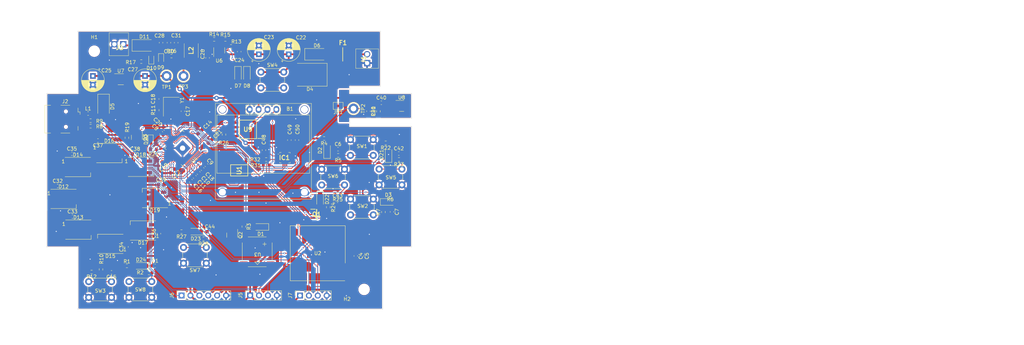
<source format=kicad_pcb>
(kicad_pcb (version 20221018) (generator pcbnew)
  (layers (0 "F.Cu" signal) (31 "B.Cu" signal) (34 "B.Paste" user) (35 "F.Paste" user) (36 "B.SilkS" user "B.Silkscreen") (37 "F.SilkS" user "F.Silkscreen") (38 "B.Mask" user) (39 "F.Mask" user) (44 "Edge.Cuts" user))
  (net 0 "")
  (net 1 "GND")
  (net 2 "/SCL")
  (net 3 "/SDA")
  (net 4 "/RESET")
  (net 5 "/P1")
  (net 6 "/P2")
  (net 7 "+1V1")
  (net 8 "+3V3")
  (net 9 "/XIN")
  (net 10 "Net-(C18-Pad2)")
  (net 11 "+12V")
  (net 12 "+5V")
  (net 13 "Net-(U6-SW)")
  (net 14 "Net-(U6-VBST)")
  (net 15 "GNDA")
  (net 16 "/P3")
  (net 17 "/P4")
  (net 18 "/P5")
  (net 19 "Net-(IC1-BYP)")
  (net 20 "Net-(D1-A)")
  (net 21 "Net-(D2-A)")
  (net 22 "Net-(D3-A)")
  (net 23 "Net-(D4-A1)")
  (net 24 "Net-(D5-A)")
  (net 25 "Net-(D7-K)")
  (net 26 "/5V_END")
  (net 27 "Net-(D8-A)")
  (net 28 "Net-(D9-K)")
  (net 29 "Net-(D10-K)")
  (net 30 "Net-(D11-K)")
  (net 31 "Net-(D12-DOUT)")
  (net 32 "Net-(D12-DIN)")
  (net 33 "Net-(D20-A)")
  (net 34 "Net-(D21-A)")
  (net 35 "Net-(D22-A)")
  (net 36 "Net-(D23-A)")
  (net 37 "Net-(D24-A)")
  (net 38 "Net-(J1-Pin_2)")
  (net 40 "/SA0")
  (net 42 "/INT2")
  (net 43 "/INT1")
  (net 47 "Net-(J2-VBUS)")
  (net 48 "/USB_N")
  (net 49 "/USB_P")
  (net 51 "/SWCLK")
  (net 52 "/SWD")
  (net 53 "/UART_TX")
  (net 54 "/UART_RX")
  (net 55 "/GPS_ON")
  (net 56 "/BUZZER")
  (net 57 "/LED")
  (net 58 "Net-(SW8-B)")
  (net 59 "Net-(SW1-B)")
  (net 60 "Net-(SW2-B)")
  (net 61 "Net-(U4-USB_DP)")
  (net 62 "Net-(U4-USB_DM)")
  (net 63 "/QSPI_SS")
  (net 64 "/XOUT")
  (net 65 "Net-(SW3-A)")
  (net 66 "Net-(U6-VFB)")
  (net 67 "Net-(U8-V_{OUT})")
  (net 68 "/LED_ALIVE")
  (net 69 "Net-(SW5-B)")
  (net 70 "Net-(SW6-B)")
  (net 71 "Net-(U9-WP)")
  (net 72 "Net-(SW7-B)")
  (net 73 "/TEMP")
  (net 74 "/TIMEPULSE")
  (net 76 "/GPS_RESET")
  (net 86 "/SERVO")
  (net 88 "/AN1")
  (net 91 "/QSPI_SD3")
  (net 92 "/QSPI_SCLK")
  (net 93 "/QSPI_SD0")
  (net 94 "/QSPI_SD2")
  (net 95 "/QSPI_SD1")
  (net 97 "Net-(D18-DIN)")
  (net 98 "Net-(D13-DOUT)")
  (net 99 "Net-(D14-DIN)")
  (net 100 "Net-(D15-DOUT)")
  (net 101 "Net-(D16-DIN)")
  (net 102 "Net-(D17-DOUT)")
  (net 104 "Net-(Q1-S)")
  (footprint "Resistor_SMD:R_0603_1608Metric" (layer "F.Cu") (at 218.2114 86.1568)
    (fp_text reference "R32")
    (fp_text value "4.7k")
  )
  (footprint "Capacitor_SMD:C_0603_1608Metric" (layer "F.Cu") (at 189.4078 77.4446 135)
    (fp_text reference "C20")
    (fp_text value "100n")
  )
  (footprint "Diode_SMD:Nexperia_CFP3_SOD-123W" (layer "F.Cu") (at 235.585 83.5914 90)
    (fp_text reference "D2")
    (fp_text value "1N4148")
  )
  (footprint "Capacitor_SMD:C_0603_1608Metric" (layer "F.Cu") (at 170.1924 80.7466 180)
    (fp_text reference "C37")
    (fp_text value "100n")
  )
  (footprint "Capacitor_THT:CP_Radial_D6.3mm_P2.50mm" (layer "F.Cu") (at 216.1032 56.134 90)
    (fp_text reference "C23")
    (fp_text value "10u")
  )
  (footprint "Resistor_SMD:R_0603_1608Metric" (layer "F.Cu") (at 206.565 51.8668)
    (fp_text reference "R15")
    (fp_text value "1.8k")
  )
  (footprint "Package_TO_SOT_SMD:SOT-23" (layer "F.Cu") (at 256.8725 70.866)
    (fp_text reference "U8")
    (fp_text value "TC1047AxNB")
  )
  (footprint "SSD1306-128x64:128x64OLED" (layer "F.Cu") (at 217.124 82.47)
    (fp_text reference "B1")
    (fp_text value "SSD1306")
  )
  (footprint "Inductor_SMD:L_0603_1608Metric" (layer "F.Cu") (at 167.386 73.0504)
    (fp_text reference "L1")
    (fp_text value "200mA 120Ohm")
  )
  (footprint "Capacitor_SMD:C_0603_1608Metric" (layer "F.Cu") (at 201.168 87.7824 -45)
    (fp_text reference "C9")
    (fp_text value "100n")
  )
  (footprint "Capacitor_SMD:C_0603_1608Metric" (layer "F.Cu") (at 190.4492 52.819 90)
    (fp_text reference "C30")
    (fp_text value "22u")
  )
  (footprint "Capacitor_SMD:C_0603_1608Metric" (layer "F.Cu") (at 199.3392 78.232 45)
    (fp_text reference "C14")
    (fp_text value "100n")
  )
  (footprint "Capacitor_SMD:C_0603_1608Metric" (layer "F.Cu") (at 202.2348 80.9498 45)
    (fp_text reference "C21")
    (fp_text value "100n")
  )
  (footprint "Resistor_SMD:R_0603_1608Metric" (layer "F.Cu") (at 211.836 105.3084 -90)
    (fp_text reference "R3")
    (fp_text value "4k7")
  )
  (footprint "MountingHole:MountingHole_3mm" (layer "F.Cu") (at 246.16 123.24)
    (fp_text reference "H2")
    (fp_text value "MountingHole")
  )
  (footprint "Resistor_SMD:R_0603_1608Metric" (layer "F.Cu") (at 194.0306 106.7562 180)
    (fp_text reference "R27")
    (fp_text value "10k")
  )
  (footprint "LED_SMD:LED_WS2812B_PLCC4_5.0x5.0mm_P3.2mm" (layer "F.Cu") (at 173.736 110.236 180)
    (fp_text reference "D15")
    (fp_text value "WS2812B")
  )
  (footprint "TestPoint:TestPoint_Keystone_5005-5009_Compact" (layer "F.Cu") (at 194.6148 62.3316)
    (fp_text reference "TP3")
    (fp_text value "5v")
  )
  (footprint "Diode_SMD:D_SMA" (layer "F.Cu") (at 232.7148 56.134)
    (fp_text reference "D6")
    (fp_text value "US1B")
  )
  (footprint "Capacitor_SMD:C_0603_1608Metric" (layer "F.Cu") (at 210.5152 55.372 90)
    (fp_text reference "C24")
    (fp_text value "100n")
  )
  (footprint "Diode_SMD:Nexperia_CFP3_SOD-123W" (layer "F.Cu") (at 198.0946 106.7562 180)
    (fp_text reference "D23")
    (fp_text value "1N4148")
  )
  (footprint "Resistor_SMD:R_0603_1608Metric" (layer "F.Cu") (at 238.633 96.139 180)
    (fp_text reference "R25")
    (fp_text value "1k")
  )
  (footprint "Samac_Sys:FUSC5141X200N" (layer "F.Cu") (at 240.0554 56.1594 180)
    (fp_text reference "F1")
    (fp_text value "Polyfuse" hide)
  )
  (footprint "Resistor_SMD:R_0603_1608Metric" (layer "F.Cu") (at 191.1726 56.642)
    (fp_text reference "R16")
    (fp_text value "510")
  )
  (footprint "PSE:MT-8530" (layer "F.Cu") (at 211.3915 108.2675 180)
    (fp_text reference "U3")
    (fp_text value "MT-8530")
  )
  (footprint "Resistor_SMD:R_0603_1608Metric" (layer "F.Cu") (at 168.0972 76.6572)
    (fp_text reference "R8")
    (fp_text value "27.4")
  )
  (footprint "Resistor_SMD:R_0603_1608Metric" (layer "F.Cu") (at 250.2408 72.4154 90)
    (fp_text reference "R20")
    (fp_text value "470")
  )
  (footprint "Capacitor_SMD:C_0603_1608Metric" (layer "F.Cu") (at 247.396 72.39 -90)
    (fp_text reference "C41")
    (fp_text value "1u")
  )
  (footprint "Capacitor_SMD:C_0603_1608Metric" (layer "F.Cu") (at 180.7972 84.581)
    (fp_text reference "C38")
    (fp_text value "100n")
  )
  (footprint "Package_TO_SOT_SMD:SOT-23" (layer "F.Cu") (at 181.3052 79.8345 -90)
    (fp_text reference "Q3")
    (fp_text value "IRLML2042")
  )
  (footprint "Diode_SMD:D_SMA" (layer "F.Cu") (at 171.8056 71.0184 -90)
    (fp_text reference "D5")
    (fp_text value "US1B")
  )
  (footprint "Capacitor_SMD:C_0603_1608Metric" (layer "F.Cu") (at 194.437 72.39 -90)
    (fp_text reference "C17")
    (fp_text value "18p")
  )
  (footprint "PSE:ublox_SAM-M8Q_HS" (layer "F.Cu") (at 232.918 112.9284 180)
    (fp_text reference "U2")
    (fp_text value "SAM-M8Q")
  )
  (footprint "Capacitor_THT:CP_Radial_D6.3mm_P2.50mm" (layer "F.Cu") (at 224.6376 56.134 90)
    (fp_text reference "C22")
    (fp_text value "10u")
  )
  (footprint "Button_Switch_THT:SW_PUSH_6mm_H5mm" (layer "F.Cu") (at 185.5446 125.5014 180)
    (fp_text reference "SW8")
    (fp_text value "RESET_SW")
  )
  (footprint "Connector_PinSocket_2.54mm:PinSocket_1x04_P2.54mm_Vertical" (layer "F.Cu") (at 227.848 124.9938 90)
    (fp_text reference "J7")
    (fp_text value "Conn_01x04")
  )
  (footprint "Capacitor_SMD:C_0603_1608Metric" (layer "F.Cu") (at 158.6992 93.726)
    (fp_text reference "C32")
    (fp_text value "100n")
  )
  (footprint "Capacitor_SMD:C_0603_1608Metric" (layer "F.Cu") (at 191.516 89.448008 -135)
    (fp_text reference "C12")
    (fp_text value "100n")
  )
  (footprint "Capacitor_SMD:C_0603_1608Metric" (layer "F.Cu") (at 188.214 52.819 90)
    (fp_text reference "C28")
    (fp_text value "22u")
  )
  (footprint "Package_TO_SOT_SMD:SOT-23-6" (layer "F.Cu") (at 204.79 55.0164 90)
    (fp_text reference "U6")
    (fp_text value "TPS563200")
  )
  (footprint "LED_SMD:LED_WS2812B_PLCC4_5.0x5.0mm_P3.2mm" (layer "F.Cu") (at 173.4312 84.328)
    (fp_text reference "D16")
    (fp_text value "WS2812B")
  )
  (footprint "Resistor_SMD:R_0603_1608Metric" (layer "F.Cu") (at 238.76 84.9884 180)
    (fp_text reference "R5")
    (fp_text value "1k")
  )
  (footprint "Capacitor_SMD:C_0603_1608Metric" (layer "F.Cu") (at 162.9156 102.4636)
    (fp_text reference "C33")
    (fp_text value "100n")
  )
  (footprint "Resistor_SMD:R_0603_1608Metric" (layer "F.Cu") (at 184.7342 118.5164 180)
    (fp_text reference "R2")
    (fp_text value "1k")
  )
  (footprint "Diode_SMD:Nexperia_CFP3_SOD-123W" (layer "F.Cu") (at 216.662 105.41 180)
    (fp_text reference "D1")
    (fp_text value "1N4148")
  )
  (footprint "Capacitor_SMD:C_0603_1608Metric" (layer "F.Cu") (at 174.0662 118.364)
    (fp_text reference "C15")
    (fp_text value "100n")
  )
  (footprint "Samac_Sys:282834-2_1" (layer "F.Cu") (at 177.419 53.2638 180)
    (fp_text reference "J3")
    (fp_text value "Vout_5V" hide)
  )
  (footprint "Capacitor_SMD:C_0603_1608Metric" (layer "F.Cu") (at 226.9998 80.6196 90)
    (fp_text reference "C50")
    (fp_text value "4.7u")
  )
  (footprint "Samac_Sys:SOT95P237X112-3N" (layer "F.Cu") (at 232.6132 101.854)
    (fp_text reference "Q1")
    (fp_text value "PMOS" hide)
  )
  (footprint "Capacitor_SMD:C_0603_1608Metric" (layer "F.Cu") (at 238.5822 97.917)
    (fp_text reference "C43")
    (fp_text value "0.1u")
  )
  (footprint "Capacitor_SMD:C_0603_1608Metric" (layer "F.Cu") (at 202.1332 106.7562)
    (fp_text reference "C44")
    (fp_text value "0.1u")
  )
  (footprint "Diode_SMD:D_SMC" (layer "F.Cu") (at 230.6828 61.976 180)
    (fp_text reference "D4")
    (fp_text value "1.5KExxA")
  )
  (footprint "Capacitor_SMD:C_0603_1608Metric" (layer "F.Cu") (at 200.0504 88.9 -45)
    (fp_text reference "C13")
    (fp_text value "100n")
  )
  (footprint "LED_SMD:LED_WS2812B_PLCC4_5.0x5.0mm_P3.2mm" (layer "F.Cu") (at 186.4868 97.154 180)
    (fp_text reference "D19")
    (fp_text value "WS2812B")
  )
  (footprint "Capacitor_SMD:C_0603_1608Metric" (layer "F.Cu") (at 192.532 52.819 90)
    (fp_text reference "C31")
    (fp_text value "100n")
  )
  (footprint "MountingHole:MountingHole_3mm" (layer "F.Cu") (at 169.15 55.25)
    (fp_text reference "H1")
    (fp_text value "MountingHole")
  )
  (footprint "Capacitor_SMD:C_0603_1608Metric" (layer "F.Cu") (at 187.6044 107.315 90)
    (fp_text reference "C36")
    (fp_text value "100n")
  )
  (footprint "Capacitor_SMD:C_0603_1608Metric" (layer "F.Cu") (at 254.1016 101.105 -90)
    (fp_text reference "C7")
    (fp_text value "0.1u")
  )
  (footprint "Resistor_SMD:R_0603_1608Metric" (layer "F.Cu") (at 178.4604 79.9592 -90)
    (fp_text reference "R19")
    (fp_text value "4.7k")
  )
  (footprint "Diode_SMD:Nexperia_CFP3_SOD-123W" (layer "F.Cu") (at 233.6038 97.536 -90)
    (fp_text reference "D22")
    (fp_text value "1N4148")
  )
  (footprint "Capacitor_SMD:C_0603_1608Metric" (layer "F.Cu") (at 188.214 93.3958)
    (fp_text reference "C39")
    (fp_text value "100n")
  )
  (footprint "LED_SMD:LED_WS2812B_PLCC4_5.0x5.0mm_P3.2mm" (layer "F.Cu") (at 160.364 97.408)
    (fp_text reference "D12")
    (fp_text value "WS2812B")
  )
  (footprint "Capacitor_SMD:C_0603_1608Metric" (layer "F.Cu") (at 238.7092 83.2104)
    (fp_text reference "C6")
    (fp_text value "0.1u")
  )
  (footprint "Capacitor_SMD:C_0603_1608Metric" (layer "F.Cu") (at 186.5134 116.5098)
    (fp_text reference "C1")
    (fp_text value "0.1u")
  )
  (footprint "Resistor_SMD:R_0603_1608Metric" (layer "F.Cu") (at 218.2114 87.7824)
    (fp_text reference "R31")
    (fp_text value "4.7k")
  )
  (footprint "Button_Switch_THT:SW_PUSH_6mm_H5mm" (layer "F.Cu") (at 201.116 115.7626 180)
    (fp_text reference "SW7")
    (fp_text value "USER_SW")
  )
  (footprint "Capacitor_THT:CP_Radial_D6.3mm_P2.50mm" (layer "F.Cu") (at 183.642 62.317621 -90)
    (fp_text reference "C27")
    (fp_text value "4.7u 10V")
  )
  (footprint "Capacitor_SMD:C_0603_1608Metric" (layer "F.Cu") (at 196.6976 92.2528 -45)
    (fp_text reference "C16")
    (fp_text value "100n")
  )
  (footprint "Diode_SMD:Nexperia_CFP3_SOD-123W" (layer "F.Cu") (at 212.6996 61.8744 -90)
    (fp_text reference "D8")
    (fp_text value "1N4148")
  )
  (footprint "Diode_SMD:Nexperia_CFP3_SOD-123W" (layer "F.Cu") (at 253.1364 84.7344 90)
    (fp_text reference "D21")
    (fp_text value "1N4148")
  )
  (footprint "LED_SMD:LED_WS2812B_PLCC4_5.0x5.0mm_P3.2mm" (layer "F.Cu") (at 164.4512 88.3148)
    (fp_text reference "D14")
    (fp_text value "WS2812B")
  )
  (footprint "LED_SMD:LED_0603_1608Metric" (layer "F.Cu") (at 185.2168 80.645 -90)
    (fp_text reference "D20")
    (fp_text value "LED")
  )
  (footprint "LED_SMD:LED_WS2812B_PLCC4_5.0x5.0mm_P3.2mm" (layer "F.Cu") (at 183.0578 106.426 180)
    (fp_text reference "D17")
    (fp_text value "WS2812B")
  )
  (footprint "Button_Switch_THT:SW_PUSH_6mm_H5mm" (layer "F.Cu") (at 234.061 88.936)
    (fp_text reference "SW6")
    (fp_text value "SW_L")
  )
  (footprint "Diode_SMD:D_SMA" (layer "F.Cu") (at 183.4388 53.594)
    (fp_text reference "D11")
    (fp_text value "US1B")
  )
  (footprint "Samac_Sys:SOIC127P600X175-8N" (layer "F.Cu") (at 210.5152 89.2556 -90)
    (fp_text reference "U1")
    (fp_text value "W25Q16JVUSSQ" hide)
  )
  (footprint "Resistor_SMD:R_0603_1608Metric" (layer "F.Cu") (at 186.0296 83.2358 180)
    (fp_text reference "R21")
    (fp_text value "1k")
  )
  (footprint "Diode_SMD:Nexperia_CFP3_SOD-123W" (layer "F.Cu") (at 182.499 116.5098 180)
    (fp_text reference "D24")
    (fp_text value "1N4148")
  )
  (footprint "Package_TO_SOT_SMD:SOT-23" (layer "F.Cu") (at 208.4984 107.7445 -90)
    (fp_text reference "Q2")
    (fp_text value "DTC114Y")
  )
  (footprint "Diode_SMD:Nexperia_CFP3_SOD-123W" (layer "F.Cu") (at 253.0602 98.2726)
    (fp_text reference "D3")
    (fp_text value "1N4148")
  )
  (footprint "Button_Switch_THT:SW_PUSH_6mm_H5mm" (layer "F.Cu") (at 242.264 80.482)
    (fp_text reference "SW1")
    (fp_text value "SW_U")
  )
  (footprint "LED_SMD:LED_WS2812B_PLCC4_5.0x5.0mm_P3.2mm" (layer "F.Cu") (at 182.462 88.264)
    (fp_text reference "D18")
    (fp_text value "WS2812B")
  )
  (footprint "Samac_Sys:LQH44PN100MJ0L" (layer "F.Cu") (at 196.7992 55.0654 90)
    (fp_text reference "L2")
    (fp_text value "2.2u" hide)
  )
  (footprint "Jumper:SolderJumper-2_P1.3mm_Bridged_Pad1.0x1.5mm" (layer "F.Cu") (at 238.76 70.866 180)
    (fp_text reference "JP1")
    (fp_text value "SolderJumper_2_Bridged")
  )
  (footprint "Capacitor_SMD:C_0603_1608Metric" (layer "F.Cu") (at 162.7632 84.5312)
    (fp_text reference "C35")
    (fp_text value "100n")
  )
  (footprint "TestPoint:TestPoint_Keystone_5005-5009_Compact" (layer "F.Cu") (at 243.1288 71.628 -90)
    (fp_text reference "TP2")
    (fp_text value "TEMP")
  )
  (footprint "Capacitor_SMD:C_0603_1608Metric" (layer "F.Cu") (at 243.7892 113.6904 -90)
    (fp_text reference "C4")
    (fp_text value "100n")
  )
  (footprint "Capacitor_SMD:C_0603_1608Metric" (layer "F.Cu") (at 187.96 87.4268 -135)
    (fp_text reference "C19")
    (fp_text value "100n")
  )
  (footprint "Button_Switch_THT:SW_PUSH_6mm_H5mm" (layer "F.Cu") (at 242.2906 97.4598)
    (fp_text reference "SW2")
    (fp_text value "SW_D")
  )
  (footprint "Capacitor_SMD:C_0603_1608Metric" (layer "F.Cu") (at 178.3334 111.0996 90)
    (fp_text reference "C34")
    (fp_text value "100n")
  )
  (footprint "Resistor_SMD:R_0603_1608Metric" (layer "F.Cu") (at 256.1082 86.1314 180)
    (fp_text reference "R23")
    (fp_text value "1k")
  )
  (footprint "PSE:MMA8452QT_HS" (layer "F.Cu") (at 223.54785 85.6488)
    (fp_text reference "IC1")
    (fp_text value "MMA8451QR1" hide)
  )
  (footprint "LED_SMD:LED_0603_1608Metric" (layer "F.Cu") (at 185.42 57.4293 90)
    (fp_text reference "D10")
    (fp_text value "PWR_LED")
  )
  (footprint "Resistor_SMD:R_0603_1608Metric" (layer "F.Cu") (at 168.0972 75.0824 180)
    (fp_text reference "R9")
    (fp_text value "27.4")
  )
  (footprint "Resistor_SMD:R_0603_1608Metric" (layer "F.Cu") (at 203.3646 51.8668)
    (fp_text reference "R14")
    (fp_text value "10k")
  )
  (footprint "Package_TO_SOT_SMD:SOT-23-5" (layer "F.Cu") (at 176.7133 63.2612)
    (fp_text reference "U7")
    (fp_text value "XC6220B331MR")
  )
  (footprint "Capacitor_SMD:C_0603_1608Metric" (layer "F.Cu") (at 201.4982 57.15 90)
    (fp_text reference "C26")
    (fp_text value "100n")
  )
  (footprint "Connector_USB:USB_Mini-B_Wuerth_65100516121_Horizontal" (layer "F.Cu") (at 161.045 74.6504 -90)
    (fp_text reference "J2")
    (fp_text value "USB_B_Mini")
  )
  (footprint "Connector_PinSocket_2.54mm:PinSocket_1x04_P2.54mm_Vertical" (layer "F.Cu") (at 213.624 124.943 90)
    (fp_text reference "J5")
    (fp_text value "Conn_01x04")
  )
  (footprint "Resistor_SMD:R_0603_1608Metric" (layer "F.Cu") (at 182.563 58.2168 180)
    (fp_text reference "R17")
    (fp_text value "510")
  )
  (footprint "Resistor_SMD:R_0603_1608Metric" (layer "F.Cu") (at 178.4604 116.5098 180)
    (fp_text reference "R1")
    (fp_text value "10k")
  )
  (footprint "Capacitor_SMD:C_0603_1608Metric" (layer "F.Cu") (at 217.5764 83.4898 -90)
    (fp_text reference "C48")
    (fp_text value "100n")
  )
  (footprint "Diode_SMD:Nexperia_CFP3_SOD-123W" (layer "F.Cu") (at 210.1596 61.8744 -90)
    (fp_text reference "D7")
    (fp_text value "1N4148")
  )
  (footprint "Resistor_SMD:R_0603_1608Metric" (layer "F.Cu") (at 187.0964 72.0852 -90)
    (fp_text reference "R11")
    (fp_text value "1k")
  )
  (footprint "Resistor_SMD:R_0603_1608Metric" (layer "F.Cu") (at 168.3766 118.2624 180)
    (fp_text reference "R12")
    (fp_text value "1k")
  )
  (footprint "Resistor_SMD:R_0603_1608Metric" (layer "F.Cu") (at 234.7468 80.1624 180)
    (fp_text reference "R4")
    (fp_text value "10k")
  )
  (footprint "Samac_Sys:282834-2_1" (layer "F.Cu") (at 247.015 58.6486 90)
    (fp_text reference "J1")
    (fp_text value "12Vin" hide)
  )
  (footprint "Button_Switch_THT:SW_PUSH_6mm_H5mm" (layer "F.Cu") (at 256.944 93.4 180)
    (fp_text reference "SW5")
    (fp_text value "SW_R")
  )
  (footprint "Capacitor_SMD:C_0603_1608Metric" (layer "F.Cu") (at 256.0574 84.455)
    (fp_text reference "C42")
    (fp_text value "0.1u")
  )
  (footprint "Capacitor_SMD:C_0603_1608Metric" (layer "F.Cu") (at 187.0964 68.8848 -90)
    (fp_text reference "C18")
    (fp_text value "18p")
  )
  (footprint "PSE:QFN-56-1EP_7x7mm_P0.4mm_EP3.2x3.2mm_HS" (layer "F.Cu") (at 194.346432 82.92696 -135)
    (fp_text reference "U4")
    (fp_text value "RP2040")
  )
  (footprint "Crystal:Crystal_SMD_3225-4Pin_3.2x2.5mm_HandSoldering" (layer "F.Cu") (at 191.135 71.12 -90)
    (fp_text reference "Y1")
    (fp_text value "Crystal_GND24")
  )
  (footprint "Capacitor_SMD:C_0603_1608Metric" (layer "F.Cu") (at 198.9328 90.0176 -45)
    (fp_text reference "C10")
    (fp_text value "1u")
  )
  (footprint "Button_Switch_THT:SW_PUSH_6mm_H5mm" (layer "F.Cu") (at 216.714 61.214)
    (fp_text reference "SW4")
    (fp_text value "SW_ALIM")
  )
  (footprint "Resistor_SMD:R_0603_1608Metric" (layer "F.Cu") (at 200.3044 108.7882 180)
    (fp_text reference "R28")
    (fp_text value "1k")
  )
  (footprint "Capacitor_SMD:C_0603_1608Metric" (layer "F.Cu") (at 251.079 69.977)
    (fp_text reference "C40")
    (fp_text value "100n")
  )
  (footprint "Capacitor_THT:CP_Radial_D6.3mm_P2.50mm" (layer "F.Cu") (at 168.7576 62.317621 -90)
    (fp_text reference "C25")
    (fp_text value "1u 35V")
  )
  (footprint "Capacitor_SMD:C_0603_1608Metric" (layer "F.Cu") (at 197.8152 91.1352 -45)
    (fp_text reference "C11")
    (fp_text value "1u")
  )
  (footprint "Button_Switch_THT:SW_PUSH_6mm_H5mm" (layer "F.Cu") (at 167.565 121.0162)
    (fp_text reference "SW3")
    (fp_text value "PROG_SW")
  )
  (footprint "Connector_PinSocket_2.54mm:PinSocket_1x06_P2.54mm_Vertical" (layer "F.Cu") (at 194.056 124.968 90)
    (fp_text reference "J6")
    (fp_text value "Conn_01x06")
  )
  (footprint "Capacitor_SMD:C_0603_1608Metric" (layer "F.Cu") (at 188.2648 78.5876 135)
    (fp_text reference "C8")
    (fp_text value "100n")
  )
  (footprint "LED_SMD:LED_0603_1608Metric" (layer "F.Cu") (at 188.214 57.4293 -90)
    (fp_text reference "D9")
    (fp_text value "PWR_LED")
  )
  (footprint "Resistor_SMD:R_0603_1608Metric" (layer "F.Cu") (at 253.619 96.1136 180)
    (fp_text reference "R6")
    (fp_text value "10k")
  )
  (footprint "Resistor_SMD:R_0603_1608Metric" (layer "F.Cu") (at 235.9406 99.7712 -90)
    (fp_text reference "R24")
    (fp_text value "10k")
  )
  (footprint "Resistor_SMD:R_0603_1608Metric" (layer "F.Cu") (at 252.3236 81.407 180)
    (fp_text reference "R22")
    (fp_text value "10k")
  )
  (footprint "TestPoint:TestPoint_Keystone_5005-5009_Compact" (layer "F.Cu") (at 189.7888 62.3316)
    (fp_text reference "TP1")
    (fp_text value "3v3")
  )
  (footprint "Capacitor_SMD:C_0603_1608Metric" (layer "F.Cu") (at 224.8154 80.6196 90)
    (fp_text reference "C49")
    (fp_text value "100n")
  )
  (footprint "Samac_Sys:SOIC127P790X216-8N" (layer "F.Cu") (at 213.0044 77.5716 180)
    (fp_text reference "U9")
    (fp_text value "CAT24C256" hide)
  )
  (footprint "Resistor_SMD:R_0603_1608Metric" (layer "F.Cu") (at 251.6632 101.1558 90)
    (fp_text reference "R7")
    (fp_text value "1k")
  )
  (footprint "Capacitor_SMD:C_0603_1608Metric" (layer "F.Cu") (at 245.5164 113.6904 -90)
    (fp_text reference "C5")
    (fp_text value "100n")
  )
  (footprint "Resistor_SMD:R_0603_1608Metric" (layer "F.Cu") (at 206.1718 79.0448 90)
    (fp_text reference "R26")
    (fp_text value "10k")
  )
  (footprint "LED_SMD:LED_WS2812B_PLCC4_5.0x5.0mm_P3.2mm" (layer "F.Cu") (at 164.592 106.172)
    (fp_text reference "D13")
    (fp_text value "WS2812B")
  )
  (footprint "Resistor_SMD:R_0603_1608Metric" (layer "F.Cu") (at 171.069 117.5258 90)
    (fp_text reference "R10")
    (fp_text value "DNP 10k")
  )
  (footprint "Resistor_SMD:R_0603_1608Metric" (layer "F.Cu") (at 208.1784 53.8988)
    (fp_text reference "R13")
    (fp_text value "10k")
  )
  (gr_line (start 252.73 67.31) (end 259.715 67.31) (stroke (width 0.1)) (layer "Edge.Cuts"))
  (gr_line (start 251.46 111.125) (end 259.715 111.125) (stroke (width 0.1)) (layer "Edge.Cuts"))
  (gr_line (start 164.465 128.905) (end 164.465 111.125) (stroke (width 0.1)) (layer "Edge.Cuts"))
  (gr_line (start 155.575 67.31) (end 164.465 67.31) (stroke (width 0.1)) (layer "Edge.Cuts"))
  (gr_line (start 251.46 128.905) (end 164.465 128.905) (stroke (width 0.1)) (layer "Edge.Cuts"))
  (gr_line (start 250.825 65.278) (end 242.062 65.278) (stroke (width 0.1)) (layer "Edge.Cuts"))
  (gr_line (start 164.465 49.53) (end 165.1 49.53) (stroke (width 0.1)) (layer "Edge.Cuts"))
  (gr_line (start 164.465 111.125) (end 155.575 111.125) (stroke (width 0.1)) (layer "Edge.Cuts"))
  (gr_line (start 259.715 74.422) (end 242.062 74.422) (stroke (width 0.1)) (layer "Edge.Cuts"))
  (gr_line (start 242.062 65.278) (end 242.062 67.31) (stroke (width 0.1)) (layer "Edge.Cuts"))
  (gr_line (start 242.062 74.422) (end 242.062 76.708) (stroke (width 0.1)) (layer "Edge.Cuts"))
  (gr_line (start 165.1 49.53) (end 250.825 49.53) (stroke (width 0.1)) (layer "Edge.Cuts"))
  (gr_line (start 251.46 111.125) (end 251.46 128.905) (stroke (width 0.1)) (layer "Edge.Cuts"))
  (gr_line (start 259.715 76.708) (end 259.715 111.125) (stroke (width 0.1)) (layer "Edge.Cuts"))
  (gr_line (start 250.825 67.31) (end 252.73 67.31) (stroke (width 0.1)) (layer "Edge.Cuts"))
  (gr_line (start 164.465 67.31) (end 164.465 49.53) (stroke (width 0.1)) (layer "Edge.Cuts"))
  (gr_line (start 259.715 67.31) (end 259.715 74.422) (stroke (width 0.1)) (layer "Edge.Cuts"))
  (gr_line (start 242.062 67.31) (end 250.825 67.31) (stroke (width 0.1)) (layer "Edge.Cuts"))
  (gr_line (start 250.825 49.53) (end 250.825 65.278) (stroke (width 0.1)) (layer "Edge.Cuts"))
  (gr_line (start 242.062 76.708) (end 259.715 76.708) (stroke (width 0.1)) (layer "Edge.Cuts"))
  (gr_line (start 155.575 111.125) (end 155.575 67.31) (stroke (width 0.1)) (layer "Edge.Cuts"))
  (segment (start 221.8436 86.6488) (end 220.5755 86.6488) (width 0.2) (layer "F.Cu") (net 1))
  (segment (start 226.510604 86.1488) (end 226.514852 86.153048) (width 0.2) (layer "F.Cu") (net 1))
  (segment (start 225.2521 86.1488) (end 226.510604 86.1488) (width 0.2) (layer "F.Cu") (net 1))
  (segment (start 224.536 53.594) (end 224.663 53.467) (width 0.5) (layer "F.Cu") (net 1))
  (segment (start 226.5426 85.1469) (end 226.5407 85.1488) (width 0.2) (layer "F.Cu") (net 1))
  (segment (start 226.5407 85.1488) (end 225.2521 85.1488) (width 0.2) (layer "F.Cu") (net 1))
  (segment (start 220.5755 86.6488) (end 220.5736 86.6507) (width 0.2) (layer "F.Cu") (net 1))
  (via (at 167.9702 114.6048) (size 0.5) (drill 0.3) (layers "F.Cu" "B.Cu") (net 1))
  (via (at 234.9754 112.5728) (size 0.5) (drill 0.3) (layers "F.Cu" "B.Cu") (net 1))
  (via (at 179.959 109.8804) (size 0.5) (drill 0.3) (layers "F.Cu" "B.Cu") (net 1))
  (via (at 221.1578 82.7024) (size 0.5) (drill 0.3) (layers "F.Cu" "B.Cu") (net 1))
  (via (at 218.9734 83.3374) (size 0.5) (drill 0.3) (layers "F.Cu" "B.Cu") (net 1))
  (via (at 226.6442 74.5236) (size 0.5) (drill 0.3) (layers "F.Cu" "B.Cu") (net 1))
  (via (at 230.5812 84.1502) (size 0.5) (drill 0.3) (layers "F.Cu" "B.Cu") (net 1))
  (via (at 253.6698 87.757) (size 0.5) (drill 0.3) (layers "F.Cu" "B.Cu") (net 1))
  (via (at 247.6246 92.71) (size 0.5) (drill 0.3) (layers "F.Cu" "B.Cu") (net 1))
  (via (at 159.512 100.8126) (size 0.5) (drill 0.3) (layers "F.Cu" "B.Cu") (net 1))
  (via (at 228.9302 103.3526) (size 0.5) (drill 0.3) (layers "F.Cu" "B.Cu") (net 1))
  (via (at 173.609 96.2406) (size 0.5) (drill 0.3) (layers "F.Cu" "B.Cu") (net 1))
  (via (at 210.566 89.2556) (size 0.5) (drill 0.3) (layers "F.Cu" "B.Cu") (net 1))
  (via (at 216.1032 58.801) (size 0.5) (drill 0.3) (layers "F.Cu" "B.Cu") (net 1))
  (via (at 158.2928 106.68) (size 0.5) (drill 0.3) (layers "F.Cu" "B.Cu") (net 1))
  (via (at 241.8842 61.9506) (size 0.5) (drill 0.3) (layers "F.Cu" "B.Cu") (net 1))
  (via (at 218.1606 98.6028) (size 0.5) (drill 0.3) (layers "F.Cu" "B.Cu") (net 1))
  (via (at 175.2092 74.7776) (size 0.5) (drill 0.3) (layers "F.Cu" "B.Cu") (net 1))
  (via (at 165.0746 103.3018) (size 0.5) (drill 0.3) (layers "F.Cu" "B.Cu") (net 1))
  (via (at 232.6132 52.0192) (size 0.5) (drill 0.3) (layers "F.Cu" "B.Cu") (net 1))
  (via (at 158.5722 83.7438) (size 0.5) (drill 0.3) (layers "F.Cu" "B.Cu") (net 1))
  (via (at 203.9112 119.1006) (size 0.5) (drill 0.3) (layers "F.Cu" "B.Cu") (net 1))
  (via (at 216.408 118.9228) (size 0.5) (drill 0.3) (layers "F.Cu" "B.Cu") (net 1))
  (via (at 226.514852 86.153048) (size 0.5) (drill 0.3) (layers "F.Cu" "B.Cu") (net 1))
  (via (at 215.0618 111.4044) (size 0.5) (drill 0.3) (layers "F.Cu" "B.Cu") (net 1))
  (via (at 217.5002 90.9574) (size 0.5) (drill 0.3) (layers "F.Cu" "B.Cu") (net 1))
  (via (at 231.14 113.3602) (size 0.5) (drill 0.3) (layers "F.Cu" "B.Cu") (net 1))
  (via (at 209.4484 95.5294) (size 0.5) (drill 0.3) (layers "F.Cu" "B.Cu") (net 1))
  (via (at 215.9762 82.6516) (size 0.5) (drill 0.3) (layers "F.Cu" "B.Cu") (net 1))
  (via (at 175.768 114.9858) (size 0.5) (drill 0.3) (layers "F.Cu" "B.Cu") (net 1))
  (via (at 199.3138 61.0108) (size 0.5) (drill 0.3) (layers "F.Cu" "B.Cu") (net 1))
  (via (at 182.3974 123.3678) (size 0.5) (drill 0.3) (layers "F.Cu" "B.Cu") (net 1))
  (via (at 188.9252 111.9124) (size 0.5) (drill 0.3) (layers "F.Cu" "B.Cu") (net 1))
  (via (at 177.9016 84.963) (size 0.5) (drill 0.3) (layers "F.Cu" "B.Cu") (net 1))
  (via (at 247.65 107.5182) (size 0.5) (drill 0.3) (layers "F.Cu" "B.Cu") (net 1))
  (via (at 237.2868 94.488) (size 0.5) (drill 0.3) (layers "F.Cu" "B.Cu") (net 1))
  (via (at 202.7936 56.134) (size 0.5) (drill 0.3) (layers "F.Cu" "B.Cu") (net 1))
  (via (at 222.123 104.2162) (size 0.5) (drill 0.3) (layers "F.Cu" "B.Cu") (net 1))
  (via (at 173.3296 80.4418) (size 0.5) (drill 0.3) (layers "F.Cu" "B.Cu") (net 1))
  (via (at 191.008 74.6252) (size 0.5) (drill 0.3) (layers "F.Cu" "B.Cu") (net 1))
  (via (at 227.9904 114.0206) (size 0.5) (drill 0.3) (layers "F.Cu" "B.Cu") (net 1))
  (via (at 202.692 91.5416) (size 0.5) (drill 0.3) (layers "F.Cu" "B.Cu") (net 1))
  (via (at 235.458 102.9716) (size 0.5) (drill 0.3) (layers "F.Cu" "B.Cu") (net 1))
  (via (at 226.5426 85.1469) (size 0.5) (drill 0.3) (layers "F.Cu" "B.Cu") (net 1))
  (via (at 181.737 70.1802) (size 0.5) (drill 0.3) (layers "F.Cu" "B.Cu") (net 1))
  (via (at 173.4566 57.8104) (size 0.5) (drill 0.3) (layers "F.Cu" "B.Cu") (net 1))
  (via (at 208.1276 65.8622) (size 0.5) (drill 0.3) (layers "F.Cu" "B.Cu") (net 1))
  (via (at 256.2098 79.0194) (size 0.5) (drill 0.3) (layers "F.Cu" "B.Cu") (net 1))
  (via (at 253.1364 84.7344) (size 0.5) (drill 0.3) (layers "F.Cu" "B.Cu") (net 1))
  (via (at 241.0968 125.0188) (size 0.5) (drill 0.3) (layers "F.Cu" "B.Cu") (net 1))
  (via (at 202.0824 72.5932) (size 0.5) (drill 0.3) (layers "F.Cu" "B.Cu") (net 1))
  (via (at 191.1604 94.2086) (size 0.5) (drill 0.3) (layers "F.Cu" "B.Cu") (net 1))
  (via (at 216.154 95.5294) (size 0.5) (drill 0.3) (layers "F.Cu" "B.Cu") (net 1))
  (via (at 199.8218 54.7624) (size 0.5) (drill 0.3) (layers "F.Cu" "B.Cu") (net 1))
  (via (at 182.372 111.3282) (size 0.5) (drill 0.3) (layers "F.Cu" "B.Cu") (net 1))
  (via (at 189.7634 102.5652) (size 0.5) (drill 0.3) (layers "F.Cu" "B.Cu") (net 1))
  (via (at 225.8314 95.7834) (size 0.5) (drill 0.3) (layers "F.Cu" "B.Cu") (net 1))
  (via (at 220.5736 86.6507) (size 0.5) (drill 0.3) (layers "F.Cu" "B.Cu") (net 1))
  (via (at 202.311 97.8408) (size 0.5) (drill 0.3) (layers "F.Cu" "B.Cu") (net 1))
  (via (at 204.0636 78.8924) (size 0.5) (drill 0.3) (layers "F.Cu" "B.Cu") (net 1))
  (via (at 237.2614 90.8558) (size 0.5) (drill 0.3) (layers "F.Cu" "B.Cu") (net 1))
  (via (at 204.851 83.6676) (size 0.5) (drill 0.3) (layers "F.Cu" "B.Cu") (net 1))
  (via (at 180.0352 82.5246) (size 0.5) (drill 0.3) (layers "F.Cu" "B.Cu") (net 1))
  (via (at 193.421 97.282) (size 0.5) (drill 0.3) (layers "F.Cu" "B.Cu") (net 1))
  (segment (start 222.4532 112.2172) (end 222.4532 116.6876) (width 0.2) (layer "F.Cu") (net 2))
  (segment (start 198.206528 81.612448) (end 202.882376 76.9366) (width 0.2) (layer "F.Cu") (net 2))
  (segment (start 223.642 111.0284) (end 222.4532 112.2172) (width 0.2) (layer "F.Cu") (net 2))
  (segment (start 225.75 111.0284) (end 227.1472 111.0284) (width 0.2) (layer "F.Cu") (net 2))
  (segment (start 219.0364 86.1568) (end 219.0444 86.1488) (width 0.2) (layer "F.Cu") (net 2))
  (segment (start 225.75 111.0284) (end 223.642 111.0284) (width 0.2) (layer "F.Cu") (net 2))
  (segment (start 214.1118 76.3422) (end 213.5174 76.9366) (width 0.2) (layer "F.Cu") (net 2))
  (segment (start 219.0444 86.1488) (end 221.8436 86.1488) (width 0.2) (layer "F.Cu") (net 2))
  (segment (start 227.8634 110.3122) (end 227.8634 101.7016) (width 0.2) (layer "F.Cu") (net 2))
  (segment (start 218.2236 85.344) (end 219.0364 86.1568) (width 0.2) (layer "F.Cu") (net 2))
  (segment (start 215.7476 84.074) (end 217.0176 85.344) (width 0.2) (layer "F.Cu") (net 2))
  (segment (start 218.313 86.8802) (end 219.0364 86.1568) (width 0.2) (layer "F.Cu") (net 2))
  (segment (start 213.5174 76.9366) (end 208.9499 76.9366) (width 0.2) (layer "F.Cu") (net 2))
  (segment (start 202.882376 76.9366) (end 208.9499 76.9366) (width 0.2) (layer "F.Cu") (net 2))
  (segment (start 222.4532 116.6876) (end 216.164 122.9768) (width 0.2) (layer "F.Cu") (net 2))
  (segment (start 227.1472 111.0284) (end 227.8634 110.3122) (width 0.2) (layer "F.Cu") (net 2))
  (segment (start 227.8634 101.7016) (end 218.313 92.1512) (width 0.2) (layer "F.Cu") (net 2))
  (segment (start 218.313 92.1512) (end 218.313 86.8802) (width 0.2) (layer "F.Cu") (net 2))
  (segment (start 217.0176 85.344) (end 218.2236 85.344) (width 0.2) (layer "F.Cu") (net 2))
  (segment (start 216.164 122.9768) (end 216.164 124.943) (width 0.2) (layer "F.Cu") (net 2))
  (via (at 214.1118 76.3422) (size 0.5) (drill 0.3) (layers "F.Cu" "B.Cu") (net 2))
  (via (at 215.7476 84.074) (size 0.5) (drill 0.3) (layers "F.Cu" "B.Cu") (net 2))
  (segment (start 214.1118 82.4382) (end 214.1118 76.3422) (width 0.2) (layer "B.Cu") (net 2))
  (segment (start 215.7476 84.074) (end 214.1118 82.4382) (width 0.2) (layer "B.Cu") (net 2))
  (segment (start 214.5634 123.3424) (end 216.164 124.943) (width 0.2) (layer "B.Cu") (net 2))
  (segment (start 204.216 124.968) (end 205.8416 123.3424) (width 0.2) (layer "B.Cu") (net 2))
  (segment (start 205.8416 123.3424) (end 214.5634 123.3424) (width 0.2) (layer "B.Cu") (net 2))
  (segment (start 214.1118 76.3422) (end 218.584 71.87) (width 0.2) (layer "B.Cu") (net 2))
  (segment (start 210.4993 74.1172) (end 218.8768 74.1172) (width 0.2) (layer "F.Cu") (net 3))
  (segment (start 228.6508 111.506) (end 231.018 109.1388) (width 0.2) (layer "F.Cu") (net 3))
  (segment (start 219.0496 87.7956) (end 219.0364 87.7824) (width 0.2) (layer "F.Cu") (net 3))
  (segment (start 219.837 87.7824) (end 220.6498 88.5952) (width 0.2) (layer "F.Cu") (net 3))
  (segment (start 219.0496 92.124) (end 219.0496 87.7956) (width 0.2) (layer "F.Cu") (net 3))
  (segment (start 218.8768 74.1172) (end 220.0681 72.9259) (width 0.2) (layer "F.Cu") (net 3))
  (segment (start 223.04785 88.33075) (end 223.04785 87.35305) (width 0.2) (layer "F.Cu") (net 3))
  (segment (start 220.0402 75.5396) (end 220.0402 72.9538) (width 0.2) (layer "F.Cu") (net 3))
  (segment (start 231.018 105.7604) (end 231.018 104.0924) (width 0.2) (layer "F.Cu") (net 3))
  (segment (start 231.018 104.0924) (end 219.0496 92.124) (width 0.2) (layer "F.Cu") (net 3))
  (segment (start 231.018 109.1388) (end 231.018 105.7604) (width 0.2) (layer "F.Cu") (net 3))
  (segment (start 220.0681 72.9259) (end 221.124 71.87) (width 0.2) (layer "F.Cu") (net 3))
  (segment (start 220.0402 72.9538) (end 220.0681 72.9259) (width 0.2) (layer "F.Cu") (net 3))
  (segment (start 219.0364 87.7824) (end 219.837 87.7824) (width 0.2) (layer "F.Cu") (net 3))
  (segment (start 206.6036 75.6666) (end 208.9499 75.6666) (width 0.2) (layer "F.Cu") (net 3))
  (segment (start 220.6498 88.5952) (end 222.7834 88.5952) (width 0.2) (layer "F.Cu") (net 3))
  (segment (start 203.2762 77.4954) (end 202.889262 77.4954) (width 0.2) (layer "F.Cu") (net 3))
  (segment (start 222.7834 88.5952) (end 223.04785 88.33075) (width 0.2) (layer "F.Cu") (net 3))
  (segment (start 208.9499 75.6666) (end 210.4993 74.1172) (width 0.2) (layer "F.Cu") (net 3))
  (segment (start 202.889262 77.4954) (end 198.489371 81.895291) (width 0.2) (layer "F.Cu") (net 3))
  (segment (start 219.6846 87.122) (end 219.6846 87.1342) (width 0.2) (layer "F.Cu") (net 3))
  (segment (start 219.6846 87.1342) (end 219.0364 87.7824) (width 0.2) (layer "F.Cu") (net 3))
  (via (at 206.6036 75.6666) (size 0.5) (drill 0.3) (layers "F.Cu" "B.Cu") (net 3))
  (via (at 219.6846 87.122) (size 0.5) (drill 0.3) (layers "F.Cu" "B.Cu") (net 3))
  (via (at 203.2762 77.4954) (size 0.5) (drill 0.3) (layers "F.Cu" "B.Cu") (net 3))
  (via (at 220.0402 75.5396) (size 0.5) (drill 0.3) (layers "F.Cu" "B.Cu") (net 3))
  (via (at 228.6508 111.506) (size 0.5) (drill 0.3) (layers "F.Cu" "B.Cu") (net 3))
  (segment (start 205.6638 75.6666) (end 206.6036 75.6666) (width 0.2) (layer "B.Cu") (net 3))
  (segment (start 218.7956 121.3612) (end 218.704 121.4528) (width 0.2) (layer "B.Cu") (net 3))
  (segment (start 228.6508 111.506) (end 218.7956 121.3612) (width 0.2) (layer "B.Cu") (net 3))
  (segment (start 217.2144 122.9424) (end 218.7956 121.3612) (width 0.2) (layer "B.Cu") (net 3))
  (segment (start 203.835 77.4954) (end 205.6638 75.6666) (width 0.2) (layer "B.Cu") (net 3))
  (segment (start 203.7016 122.9424) (end 217.2144 122.9424) (width 0.2) (layer "B.Cu") (net 3))
  (segment (start 201.676 124.968) (end 203.7016 122.9424) (width 0.2) (layer "B.Cu") (net 3))
  (segment (start 203.2762 77.4954) (end 203.835 77.4954) (width 0.2) (layer "B.Cu") (net 3))
  (segment (start 220.0402 86.7664) (end 220.0402 75.5396) (width 0.2) (layer "B.Cu") (net 3))
  (segment (start 219.6846 87.122) (end 220.0402 86.7664) (width 0.2) (layer "B.Cu") (net 3))
  (segment (start 218.704 121.4528) (end 218.704 124.943) (width 0.2) (layer "B.Cu") (net 3))
  (segment (start 185.7384 115.101) (end 185.7248 115.0874) (width 0.2) (layer "F.Cu") (net 4))
  (segment (start 187.973049 80.962151) (end 189.836038 80.962151) (width 0.2) (layer "F.Cu") (net 4))
  (segment (start 183.899 116.5098) (end 185.7384 116.5098) (width 0.2) (layer "F.Cu") (net 4))
  (segment (start 183.899 116.5098) (end 183.899 118.5002) (width 0.2) (layer "F.Cu") (net 4))
  (segment (start 189.836038 80.962151) (end 190.486336 81.612448) (width 0.2) (layer "F.Cu") (net 4))
  (segment (start 185.7384 116.5098) (end 185.7384 115.101) (width 0.2) (layer "F.Cu") (net 4))
  (segment (start 187.9473 80.9879) (end 187.973049 80.962151) (width 0.2) (layer "F.Cu") (net 4))
  (via (at 187.9473 80.9879) (size 0.5) (drill 0.3) (layers "F.Cu" "B.Cu") (net 4))
  (via (at 185.7248 115.0874) (size 0.5) (drill 0.3) (layers "F.Cu" "B.Cu") (net 4))
  (segment (start 187.7441 80.9879) (end 185.566 83.166) (width 0.2) (layer "B.Cu") (net 4))
  (segment (start 187.9473 80.9879) (end 187.7441 80.9879) (width 0.2) (layer "B.Cu") (net 4))
  (segment (start 185.566 83.166) (end 185.566 114.9286) (width 0.2) (layer "B.Cu") (net 4))
  (segment (start 185.566 114.9286) (end 185.7248 115.0874) (width 0.2) (layer "B.Cu") (net 4))
  (segment (start 189.4078 88.6714) (end 189.4078 87.011407) (width 0.15) (layer "F.Cu") (net 5))
  (segment (start 237.8072 97.917) (end 237.8072 96.1398) (width 0.2) (layer "F.Cu") (net 5))
  (segment (start 237.8072 96.1398) (end 237.808 96.139) (width 0.2) (layer "F.Cu") (net 5))
  (segment (start 231.0638 96.4438) (end 231.3716 96.136) (width 0.15) (layer "F.Cu") (net 5))
  (segment (start 189.4078 87.011407) (end 191.332036 85.087171) (width 0.15) (layer "F.Cu") (net 5))
  (segment (start 231.3716 96.136) (end 233.6038 96.136) (width 0.15) (layer "F.Cu") (net 5))
  (segment (start 233.6038 96.136) (end 237.805 96.136) (width 0.2) (layer "F.Cu") (net 5))
  (segment (start 237.805 96.136) (end 237.808 96.139) (width 0.2) (layer "F.Cu") (net 5))
  (via (at 189.4078 88.6714) (size 0.5) (drill 0.3) (layers "F.Cu" "B.Cu") (net 5))
  (via (at 231.0638 96.4438) (size 0.5) (drill 0.3) (layers "F.Cu" "B.Cu") (net 5))
  (segment (start 231.0638 96.4438) (end 230.4796 97.028) (width 0.15) (layer "B.Cu") (net 5))
  (segment (start 193.7286 95.456) (end 189.4078 91.1352) (width 0.15) (layer "B.Cu") (net 5))
  (segment (start 228.473 97.028) (end 227.8888 97.6122) (width 0.15) (layer "B.Cu") (net 5))
  (segment (start 202.2376 95.456) (end 193.7286 95.456) (width 0.15) (layer "B.Cu") (net 5))
  (segment (start 189.4078 91.1352) (end 189.4078 88.6714) (width 0.15) (layer "B.Cu") (net 5))
  (segment (start 204.3938 97.6122) (end 202.2376 95.456) (width 0.15) (layer "B.Cu") (net 5))
  (segment (start 230.4796 97.028) (end 228.473 97.028) (width 0.15) (layer "B.Cu") (net 5))
  (segment (start 227.8888 97.6122) (end 204.3938 97.6122) (width 0.15) (layer "B.Cu") (net 5))
  (segment (start 251.6602 96.7262) (end 251.6602 98.2726) (width 0.15) (layer "F.Cu") (net 6))
  (segment (start 189.992 86.998549) (end 191.617707 85.372842) (width 0.15) (layer "F.Cu") (net 6))
  (segment (start 251.6602 98.2726) (end 251.6602 100.3278) (width 0.15) (layer "F.Cu") (net 6))
  (segment (start 246.6594 95.504) (end 250.444 95.504) (width 0.15) (layer "F.Cu") (net 6))
  (segment (start 189.992 88.2904) (end 189.992 86.998549) (width 0.15) (layer "F.Cu") (net 6))
  (segment (start 251.6602 100.3278) (end 251.6632 100.3308) (width 0.15) (layer "F.Cu") (net 6))
  (segment (start 254.1016 100.33) (end 251.664 100.33) (width 0.2) (layer "F.Cu") (net 6))
  (segment (start 251.664 100.33) (end 251.6632 100.3308) (width 0.2) (layer "F.Cu") (net 6))
  (segment (start 251.6632 96.7232) (end 251.6602 96.7262) (width 0.15) (layer "F.Cu") (net 6))
  (segment (start 250.444 95.504) (end 251.6632 96.7232) (width 0.15) (layer "F.Cu") (net 6))
  (via (at 246.6594 95.504) (size 0.5) (drill 0.3) (layers "F.Cu" "B.Cu") (net 6))
  (via (at 189.992 88.2904) (size 0.5) (drill 0.3) (layers "F.Cu" "B.Cu") (net 6))
  (segment (start 189.992 91.036396) (end 194.109204 95.1536) (width 0.15) (layer "B.Cu") (net 6))
  (segment (start 202.4686 95.1536) (end 204.6248 97.3098) (width 0.15) (layer "B.Cu") (net 6))
  (segment (start 194.109204 95.1536) (end 202.4686 95.1536) (width 0.15) (layer "B.Cu") (net 6))
  (segment (start 231.3432 95.504) (end 246.6594 95.504) (width 0.15) (layer "B.Cu") (net 6))
  (segment (start 229.8446 94.0054) (end 231.3432 95.504) (width 0.15) (layer "B.Cu") (net 6))
  (segment (start 221.638 97.3098) (end 224.9424 94.0054) (width 0.15) (layer "B.Cu") (net 6))
  (segment (start 189.992 88.2904) (end 189.992 91.036396) (width 0.15) (layer "B.Cu") (net 6))
  (segment (start 224.9424 94.0054) (end 229.8446 94.0054) (width 0.15) (layer "B.Cu") (net 6))
  (segment (start 204.6248 97.3098) (end 221.638 97.3098) (width 0.15) (layer "B.Cu") (net 6))
  (segment (start 189.706552 79.135608) (end 191.334864 80.76392) (width 0.2) (layer "F.Cu") (net 7))
  (segment (start 199.7202 86.7664) (end 199.8218 86.7664) (width 0.2) (layer "F.Cu") (net 7))
  (segment (start 196.939598 84.008615) (end 196.589617 84.358596) (width 0.2) (layer "F.Cu") (net 7))
  (segment (start 197.075157 85.372842) (end 198.468715 86.7664) (width 0.2) (layer "F.Cu") (net 7))
  (segment (start 200.152 86.7664) (end 200.619992 87.234392) (width 0.2) (layer "F.Cu") (net 7))
  (segment (start 196.6404 88.6396) (end 197.470392 89.469592) (width 0.2) (layer "F.Cu") (net 7))
  (segment (start 198.384792 88.093504) (end 198.448102 88.030194) (width 0.2) (layer "F.Cu") (net 7))
  (segment (start 196.589617 84.887302) (end 197.075157 85.372842) (width 0.2) (layer "F.Cu") (net 7))
  (segment (start 196.589617 84.358596) (end 196.589617 84.887302) (width 0.2) (layer "F.Cu") (net 7))
  (segment (start 196.6404 87.766513) (end 196.6404 88.6396) (width 0.2) (layer "F.Cu") (net 7))
  (segment (start 188.812808 79.135608) (end 189.706552 79.135608) (width 0.2) (layer "F.Cu") (net 7))
  (segment (start 198.384792 89.469592) (end 198.384792 88.093504) (width 0.2) (layer "F.Cu") (net 7))
  (segment (start 197.470392 89.469592) (end 198.384792 89.469592) (width 0.2) (layer "F.Cu") (net 7))
  (segment (start 199.166512 87.320088) (end 199.7202 86.7664) (width 0.2) (layer "F.Cu") (net 7))
  (segment (start 199.8218 86.7664) (end 200.152 86.7664) (width 0.2) (layer "F.Cu") (net 7))
  (segment (start 198.468715 86.7664) (end 199.8218 86.7664) (width 0.2) (layer "F.Cu") (net 7))
  (segment (start 195.660944 86.787056) (end 196.6404 87.766513) (width 0.2) (layer "F.Cu") (net 7))
  (segment (start 192.039462 81.468518) (end 191.334864 80.76392) (width 0.2) (layer "F.Cu") (net 7))
  (segment (start 192.3288 81.468518) (end 192.039462 81.468518) (width 0.2) (layer "F.Cu") (net 7))
  (via (at 198.448102 88.030194) (size 0.5) (drill 0.3) (layers "F.Cu" "B.Cu") (net 7))
  (via (at 196.939598 84.008615) (size 0.5) (drill 0.3) (layers "F.Cu" "B.Cu") (net 7))
  (via (at 192.3288 81.468518) (size 0.5) (drill 0.3) (layers "F.Cu" "B.Cu") (net 7))
  (via (at 199.166512 87.320088) (size 0.5) (drill 0.3) (layers "F.Cu" "B.Cu") (net 7))
  (segment (start 195.1736 79.9592) (end 194.1068 79.9592) (width 0.2) (layer "B.Cu") (net 7))
  (segment (start 197.5104 83.437813) (end 197.5104 82.296) (width 0.2) (layer "B.Cu") (net 7))
  (segment (start 197.5104 82.296) (end 195.1736 79.9592) (width 0.2) (layer "B.Cu") (net 7))
  (segment (start 196.939598 84.008615) (end 197.5104 83.437813) (width 0.2) (layer "B.Cu") (net 7))
  (segment (start 192.597482 81.468518) (end 192.3288 81.468518) (width 0.2) (layer "B.Cu") (net 7))
  (segment (start 194.1068 79.9592) (end 192.597482 81.468518) (width 0.2) (layer "B.Cu") (net 7))
  (segment (start 198.448102 88.030194) (end 198.456406 88.030194) (width 0.2) (layer "B.Cu") (net 7))
  (segment (start 198.456406 88.030194) (end 199.166512 87.320088) (width 0.2) (layer "B.Cu") (net 7))
  (segment (start 218.4908 81.407) (end 222.4532 81.407) (width 0.5) (layer "F.Cu") (net 8))
  (segment (start 213.624 118.227) (end 219.4635 112.3875) (width 0.5) (layer "F.Cu") (net 8))
  (segment (start 248.8692 89.5096) (end 252.794 93.4344) (width 0.2) (layer "F.Cu") (net 8))
  (segment (start 192.2272 106.7562) (end 193.2056 106.7562) (width 0.5) (layer "F.Cu") (net 8))
  (segment (start 190.1246 89.1738) (end 190.9064 88.392) (width 0.2) (layer "F.Cu") (net 8))
  (segment (start 214.63 90.3732) (end 213.0298 90.3732) (width 0.2) (layer "F.Cu") (net 8))
  (segment (start 201.686792 81.497808) (end 202.256384 82.0674) (width 0.2) (layer "F.Cu") (net 8))
  (segment (start 197.079171 78.780008) (end 198.791192 78.780008) (width 0.2) (layer "F.Cu") (net 8))
  (segment (start 189.955808 77.992608) (end 189.955808 78.819179) (width 0.2) (layer "F.Cu") (net 8))
  (segment (start 216.8652 89.8652) (end 217.3864 89.344) (width 0.2) (layer "F.Cu") (net 8))
  (segment (start 177.857221 62.317621) (end 183.642 62.317621) (width 0.5) (layer "F.Cu") (net 8))
  (segment (start 212.344 81.407) (end 216.535 81.407) (width 0.5) (layer "F.Cu") (net 8))
  (segment (start 214.3252 68.58) (end 215.265 68.58) (width 0.5) (layer "F.Cu") (net 8))
  (segment (start 213.624 124.943) (end 213.624 118.227) (width 0.5) (layer "F.Cu") (net 8))
  (segment (start 191.617707 80.481078) (end 192.103247 80.966618) (width 0.2) (layer "F.Cu") (net 8))
  (segment (start 218.062 105.41) (end 217.162 104.51) (width 0.2) (layer "F.Cu") (net 8))
  (segment (start 173.278 118.3508) (end 173.2912 118.364) (width 0.2) (layer "F.Cu") (net 8))
  (segment (start 194.7926 79.6036) (end 195.30709 80.11809) (width 0.2) (layer "F.Cu") (net 8))
  (segment (start 196.237217 85.100588) (end 196.792314 85.655685) (width 0.2) (layer "F.Cu") (net 8))
  (segment (start 203.3524 82.0674) (end 205.55 79.8698) (width 0.2) (layer "F.Cu") (net 8))
  (segment (start 224.8154 81.3946) (end 226.9998 81.3946) (width 0.5) (layer "F.Cu") (net 8))
  (segment (start 230.111 81.3946) (end 231.3432 80.1624) (width 0.5) (layer "F.Cu") (net 8))
  (segment (start 183.642 62.317621) (end 189.774821 62.317621) (width 0.5) (layer "F.Cu") (net 8))
  (segment (start 188.508008 88.635208) (end 189.0466 89.1738) (width 0.2) (layer "F.Cu") (net 8))
  (segment (start 190.9064 88.392) (end 191.556008 88.392) (width 0.2) (layer "F.Cu") (net 8))
  (segment (start 233.9218 80.1624) (end 234.9022 79.182) (width 0.2) (layer "F.Cu") (net 8))
  (segment (start 195.378101 87.069899) (end 196.2404 87.932198) (width 0.2) (layer "F.Cu") (net 8))
  (segment (start 250.304 69.977) (end 249.047 69.977) (width 0.5) (layer "F.Cu") (net 8))
  (segment (start 193.5226 66.0654) (end 189.7888 62.3316) (width 0.5) (layer "F.Cu") (net 8))
  (segment (start 188.214 59.3344) (end 188.214 58.2168) (width 0.5) (layer "F.Cu") (net 8))
  (segment (start 252.794 93.4344) (end 252.794 96.1136) (width 0.2) (layer "F.Cu") (net 8))
  (segment (start 249.047 69.977) (end 247.65 68.58) (width 0.5) (layer "F.Cu") (net 8))
  (segment (start 238.9378 99.9744) (end 238.316 100.5962) (width 0.2) (layer "F.Cu") (net 8))
  (segment (start 216.044 71.87) (end 216.044 70.2988) (width 0.5) (layer "F.Cu") (net 8))
  (segment (start 211.836 103.2764) (end 212.4202 102.6922) (width 0.2) (layer "F.Cu") (net 8))
  (segment (start 200.254547 80.6958) (end 200.884784 80.6958) (width 0.2) (layer "F.Cu") (net 8))
  (segment (start 249.6922 79.182) (end 251.4986 80.9884) (width 0.2) (layer "F.Cu") (net 8))
  (segment (start 197.852674 82.663674) (end 198.286673 82.663674) (width 0.2) (layer "F.Cu") (net 8))
  (segment (start 219.4635 106.8115) (end 218.062 105.41) (width 0.2) (layer "F.Cu") (net 8))
  (segment (start 196.9135 81.7245) (end 197.1802 81.9912) (width 0.2) (layer "F.Cu") (net 8))
  (segment (start 207.3402 79.4766) (end 208.9499 79.4766) (width 0.2) (layer "F.Cu") (net 8))
  (segment (start 196.2404 87.932198) (end 196.2404 89.5604) (width 0.2) (layer "F.Cu") (net 8))
  (segment (start 197.267192 90.587192) (end 198.260536 90.587192) (width 0.2) (layer "F.Cu") (net 8))
  (segment (start 196.149592 91.704792) (end 197.267192 90.587192) (width 0.2) (layer "F.Cu") (net 8))
  (segment (start 212.4202 90.9828) (end 212.4202 91.9676) (width 0.2) (layer "F.Cu") (net 8))
  (segment (start 204.0382 68.58) (end 214.3252 68.58) (width 0.5) (layer "F.Cu") (net 8))
  (segment (start 217.3864 86.1568) (end 217.3864 87.7824) (width 0.2) (layer "F.Cu") (net 8))
  (segment (start 192.2272 106.7562) (end 190.5762 108.4072) (width 0.5) (layer "F.Cu") (net 8))
  (segment (start 195.095258 87.352741) (end 195.6816 87.939083) (width 0.2) (layer "F.Cu") (net 8))
  (segment (start 226.045 126.7968) (end 227.848 124.9938) (width 0.5) (layer "F.Cu") (net 8))
  (segment (start 189.524579 86.3346) (end 191.052022 84.807157) (width 0.2) (layer "F.Cu") (net 8))
  (segment (start 219.4635 112.3875) (end 219.4635 108.7) (width 0.5) (layer "F.Cu") (net 8))
  (segment (start 197.042612 86.471669) (end 197.608299 86.471669) (width 0.2) (layer "F.Cu") (net 8))
  (segment (start 177.8508 62.3112) (end 177.857221 62.317621) (width 0.5) (layer "F.Cu") (net 8))
  (segment (start 198.260536 90.587192) (end 199.502392 89.345336) (width 0.2) (layer "F.Cu") (net 8))
  (segment (start 251.4986 81.407) (end 251.4986 84.5688) (width 0.2) (layer "F.Cu") (net 8))
  (segment (start 188.508008 86.878792) (end 188.508008 88.635208) (width 0.2) (layer "F.Cu") (net 8))
  (segment (start 215.4778 126.7968) (end 226.045 126.7968) (width 0.5) (layer "F.Cu") (net 8))
  (segment (start 212.4202 102.6922) (end 212.4202 91.9676) (width 0.2) (layer "F.Cu") (net 8))
  (segment (start 216.535 81.407) (end 217.5002 81.407) (width 0.5) (layer "F.Cu") (net 8))
  (segment (start 217.3864 89.344) (end 217.3864 87.7824) (width 0.2) (layer "F.Cu") (net 8))
  (segment (start 195.6816 88.9762) (end 195.6816 91.2368) (width 0.2) (layer "F.Cu") (net 8))
  (segment (start 196.509472 85.938528) (end 197.042612 86.471669) (width 0.2) (layer "F.Cu") (net 8))
  (segment (start 217.5002 81.407) (end 218.4908 81.407) (width 0.5) (layer "F.Cu") (net 8))
  (segment (start 238.316 100.5962) (end 235.9406 100.5962) (width 0.2) (layer "F.Cu") (net 8))
  (segment (start 198.772213 82.178134) (end 200.254547 80.6958) (width 0.2) (layer "F.Cu") (net 8))
  (segment (start 215.265 68.58) (end 247.65 68.58) (width 0.5) (layer "F.Cu") (net 8))
  (segment (start 193.597606 87.366402) (end 193.597606 87.352741) (width 0.2) (layer "F.Cu") (net 8))
  (segment (start 195.30709 80.11809) (end 196.9135 81.7245) (width 0.2) (layer "F.Cu") (net 8))
  (segment (start 206.1718 79.8698) (end 206.947 79.8698) (width 0.2) (layer "F.Cu") (net 8))
  (segment (start 195.6816 91.2368) (end 196.149592 91.704792) (width 0.2) (layer "F.Cu") (net 8))
  (segment (start 189.0466 89.1738) (end 190.1246 89.1738) (width 0.2) (layer "F.Cu") (net 8))
  (segment (start 192.615504 88.348504) (end 193.597606 87.366402) (width 0.2) (layer "F.Cu") (net 8))
  (segment (start 194.7418 88.0364) (end 195.6816 88.9762) (width 0.2) (layer "F.Cu") (net 8))
  (segment (start 192.103247 80.966618) (end 192.540582 80.966618) (width 0.2) (layer "F.Cu") (net 8))
  (segment (start 210.4136 79.4766) (end 212.344 81.407) (width 0.2) (layer "F.Cu") (net 8))
  (segment (start 254.066 69.916) (end 255.935 69.916) (width 0.5) (layer "F.Cu") (net 8))
  (segment (start 196.226629 79.63255) (end 197.079171 78.780008) (width 0.2) (layer "F.Cu") (net 8))
  (segment (start 205.55 79.8698) (end 206.1718 79.8698) (width 0.2) (layer "F.Cu") (net 8))
  (segment (start 196.9135 81.7245) (end 197.852674 82.663674) (width 0.2) (layer "F.Cu") (net 8))
  (segment (start 200.884784 80.6958) (end 201.686792 81.497808) (width 0.2) (layer "F.Cu") (net 8))
  (segment (start 224.803 81.407) (end 224.8154 81.3946) (width 0.5) (layer "F.Cu") (net 8))
  (segment (start 195.6816 87.939083) (end 195.6816 88.9762) (width 0.2) (layer "F.Cu") (net 8))
  (segment (start 177.6354 116.5098) (end 174.4726 116.5098) (width 0.2) (layer "F.Cu") (net 8))
  (segment (start 191.556008 88.392) (end 192.064008 88.9) (width 0.2) (layer "F.Cu") (net 8))
  (segment (start 219.964 82.8802) (end 218.4908 81.407) (width 0.2) (layer "F.Cu") (net 8))
  (segment (start 192.615504 88.348504) (end 192.927608 88.0364) (width 0.2) (layer "F.Cu") (net 8))
  (segment (start 179.2478 113.6904) (end 177.6354 115.3028) (width 0.5) (layer "F.Cu") (net 8))
  (segment (start 206.947 79.8698) (end 207.3402 79.4766) (width 0.2) (layer "F.Cu") (net 8))
  (segment (start 196.2404 89.5604) (end 197.267192 90.587192) (width 0.2) (layer "F.Cu") (net 8))
  (segment (start 196.237217 84.000495) (end 196.237217 85.100588) (width 0.2) (layer "F.Cu") (net 8))
  (segment (start 185.230779 62.317621) (end 188.214 59.3344) (width 0.5) (layer "F.Cu") (net 8))
  (segment (start 208.9499 79.4766) (end 210.4136 79.4766) (width 0.2) (layer "F.Cu") (net 8))
  (segment (start 216.044 70.2988) (end 214.3252 68.58) (width 0.5) (layer "F.Cu") (net 8))
  (segment (start 195.741089 80.11809) (end 196.226629 79.63255) (width 0.2) (layer "F.Cu") (net 8))
  (segment (start 192.064008 88.9) (end 192.615504 88.348504) (width 0.2) (layer "F.Cu") (net 8))
  (segment (start 242.5065 99.9744) (end 238.9378 99.9744) (width 0.2) (layer "F.Cu") (net 8))
  (segment (start 173.2912 117.6912) (end 173.2912 118.364) (width 0.2) (layer "F.Cu") (net 8))
  (segment (start 211.836 104.4834) (end 211.836 103.2764) (width 0.2) (layer "F.Cu") (net 8))
  (segment (start 231.3432 80.1624) (end 233.8964 80.1624) (width 0.5) (layer "F.Cu") (net 8))
  (segment (start 251.4986 84.5688) (end 248.8692 87.1982) (width 0.2) (layer "F.Cu") (net 8))
  (segment (start 187.4012 113.6904) (end 179.2478 113.6904) (width 0.5) (layer "F.Cu") (net 8))
  (segment (start 189.0522 86.3346) (end 189.524579 86.3346) (width 0.2) (layer "F.Cu") (net 8))
  (segment (start 198.286673 82.663674) (end 198.772213 82.178134) (width 0.2) (layer "F.Cu") (net 8))
  (segment (start 183.642 62.317621) (end 185.230779 62.317621) (width 0.5) (layer "F.Cu") (net 8))
  (segment (start 233.868 100.904) (end 231.5632 100.904) (width 0.2) (layer "F.Cu") (net 8))
  (segment (start 177.6354 115.3028) (end 177.6354 116.5098) (width 0.5) (layer "F.Cu") (net 8))
  (segment (start 217.0938 86.1568) (end 217.3864 86.1568) (width 0.2) (layer "F.Cu") (net 8))
  (segment (start 234.9022 79.182) (end 249.6922 79.182) (width 0.2) (layer "F.Cu") (net 8))
  (segment (start 244.983 92.1258) (end 244.983 97.4979) (width 0.2) (layer "F.Cu") (net 8))
  (segment (start 197.1802 83.057512) (end 196.237217 84.000495) (width 0.2) (layer "F.Cu") (net 8))
  (segment (start 193.9036 79.6036) (end 194.7926 79.6036) (width 0.2) (layer "F.Cu") (net 8))
  (segment (start 234.1758 100.5962) (end 233.868 100.904) (width 0.2) (layer "F.Cu") (net 8))
  (segment (start 212.344 81.407) (end 217.0938 86.1568) (width 0.2) (layer "F.Cu") (net 8))
  (segment (start 220.8944 84.6488) (end 219.964 83.7184) (width 0.2) (layer "F.Cu") (net 8))
  (segment (start 213.624 124.943) (end 215.4778 126.7968) (width 0.5) (layer "F.Cu") (net 8))
  (segment (start 171.069 118.3508) (end 173.278 118.3508) (width 0.2) (layer "F.Cu") (net 8))
  (segment (start 235.9406 100.5962) (end 234.1758 100.5962) (width 0.2) (layer "F.Cu") (net 8))
  (segment (start 190.5762 116.8654) (end 187.4012 113.6904) (width 0.5) (layer "F.Cu") (net 8))
  (segment (start 221.8436 84.6488) (end 220.8944 84.6488) (width 0.2) (layer "F.Cu") (net 8))
  (segment (start 251.4986 80.9884) (end 251.4986 81.407) (width 0.2) (layer "F.Cu") (net 8))
  (segment (start 196.596 124.968) (end 198.4756 126.8476) (width 0.5) (layer "F.Cu") (net 8))
  (segment (start 226.9998 81.3946) (end 230.111 81.3946) (width 0.5) (layer "F.Cu") (net 8))
  (segment (start 202.256384 82.0674) (end 203.3524 82.0674) (width 0.2) (layer "F.Cu") (net 8))
  (segment (start 196.596 124.968) (end 196.596 122.8852) (width 0.5) (layer "F.Cu") (net 8))
  (segment (start 244.983 97.4979) (end 242.5065 99.9744) (width 0.2) (layer "F.Cu") (net 8))
  (segment (start 224.04785 82.54445) (end 222.9104 81.407) (width 0.2) (layer "F.Cu") (net 8))
  (segment (start 189.955808 78.819179) (end 191.617707 80.481078) (width 0.2) (layer "F.Cu") (net 8))
  (segment (start 190.5762 108.4072) (end 190.5762 116.8654) (width 0.5) (layer "F.Cu") (net 8))
  (segment (start 195.30709 80.11809) (end 195.741089 80.11809) (width 0.2) (layer "F.Cu") (net 8))
  (segment (start 217.162 104.51) (end 211.8626 104.51) (width 0.2) (layer "F.Cu") (net 8))
  (segment (start 248.8692 87.1982) (end 248.8692 89.5096) (width 0.2) (layer "F.Cu") (net 8))
  (segment (start 219.4635 108.7) (end 219.4635 106.8115) (width 0.2) (layer "F.Cu") (net 8))
  (segment (start 197.1802 81.9912) (end 197.1802 83.057512) (width 0.2) (layer "F.Cu") (net 8))
  (segment (start 247.65 68.58) (end 252.73 68.58) (width 0.5) (layer "F.Cu") (net 8))
  (segment (start 248.8692 88.2396) (end 244.983 92.1258) (width 0.2) (layer "F.Cu") (net 8))
  (segment (start 192.540582 80.966618) (end 193.9036 79.6036) (width 0.2) (layer "F.Cu") (net 8))
  (segment (start 188.508008 86.878792) (end 189.0522 86.3346) (width 0.2) (layer "F.Cu") (net 8))
  (segment (start 213.0298 90.3732) (end 212.4202 90.9828) (width 0.2) (layer "F.Cu") (net 8))
  (segment (start 198.4756 126.8476) (end 211.7194 126.8476) (width 0.5) (layer "F.Cu") (net 8))
  (segment (start 211.7194 126.8476) (end 213.624 124.943) (width 0.5) (layer "F.Cu") (net 8))
  (segment (start 199.502392 89.345336) (end 199.502392 88.351992) (width 0.2) (layer "F.Cu") (net 8))
  (segment (start 174.4726 116.5098) (end 173.2912 117.6912) (width 0.2) (layer "F.Cu") (net 8))
  (segment (start 222.4532 81.407) (end 224.803 81.407) (width 0.5) (layer "F.Cu") (net 8))
  (segment (start 196.596 122.8852) (end 190.5762 116.8654) (width 0.5) (layer "F.Cu") (net 8))
  (segment (start 196.792314 85.655685) (end 199.488621 88.351992) (width 0.2) (layer "F.Cu") (net 8))
  (segment (start 252.73 68.58) (end 254.066 69.916) (width 0.5) (layer "F.Cu") (net 8))
  (segment (start 222.9104 81.407) (end 222.4532 81.407) (width 0.2) (layer "F.Cu") (net 8))
  (segment (start 224.04785 83.94455) (end 224.04785 82.54445) (width 0.2) (layer "F.Cu") (net 8))
  (segment (start 219.964 83.7184) (end 219.964 82.8802) (width 0.2) (layer "F.Cu") (net 8))
  (segment (start 192.927608 88.0364) (end 194.7418 88.0364) (width 0.2) (layer "F.Cu") (net 8))
  (via (at 214.63 90.3732) (size 0.5) (drill 0.3) (layers "F.Cu" "B.Cu") (net 8))
  (via (at 193.5226 66.0654) (size 1.2) (drill 0.6) (layers "F.Cu" "B.Cu") (net 8))
  (via (at 204.0382 68.58) (size 1.2) (drill 0.6) (layers "F.Cu" "B.Cu") (net 8))
  (via (at 212.344 81.407) (size 1.2) (drill 0.6) (layers "F.Cu" "B.Cu") (net 8))
  (via (at 216.8652 89.8652) (size 0.5) (drill 0.3) (layers "F.Cu" "B.Cu") (net 8))
  (segment (start 196.0372 68.58) (end 193.5226 66.0654) (width 0.5) (layer "B.Cu") (net 8))
  (segment (start 216.3572 90.3732) (end 214.63 90.3732) (width 0.2) (layer "B.Cu") (net 8))
  (segment (start 209.9564 73.025) (end 205.5114 68.58) (width 0.5) (layer "B.Cu") (net 8))
  (segment (start 216.8652 89.8652) (end 216.3572 90.3732) (width 0.2) (layer "B.Cu") (net 8))
  (segment (start 209.9564 79.0194) (end 209.9564 73.025) (width 0.5) (layer "B.Cu") (net 8))
  (segment (start 205.5114 68.58) (end 204.0382 68.58) (width 0.5) (layer "B.Cu") (net 8))
  (segment (start 212.344 81.407) (end 209.9564 79.0194) (width 0.5) (layer "B.Cu") (net 8))
  (segment (start 204.0382 68.58) (end 196.0372 68.58) (width 0.5) (layer "B.Cu") (net 8))
  (segment (start 193.842 72.57) (end 194.437 73.165) (width 0.2) (layer "F.Cu") (net 9))
  (segment (start 192.285 72.57) (end 193.842 72.57) (width 0.2) (layer "F.Cu") (net 9))
  (segment (start 192.659 74.7014) (end 193.802 74.7014) (width 0.2) (layer "F.Cu") (net 9))
  (segment (start 191.216684 76.143716) (end 192.659 74.7014) (width 0.2) (layer "F.Cu") (net 9))
  (segment (start 193.802 74.7014) (end 194.437 74.0664) (width 0.2) (layer "F.Cu") (net 9))
  (segment (start 192.183392 79.915392) (end 191.216684 78.948684) (width 0.2) (layer "F.Cu") (net 9))
  (segment (start 191.216684 78.948684) (end 191.216684 76.143716) (width 0.2) (layer "F.Cu") (net 9))
  (segment (start 194.437 74.0664) (end 194.437 73.165) (width 0.2) (layer "F.Cu") (net 9))
  (segment (start 189.985 69.67) (end 187.1066 69.67) (width 0.2) (layer "F.Cu") (net 10))
  (segment (start 187.0964 69.6598) (end 187.0964 71.2602) (width 0.2) (layer "F.Cu") (net 10))
  (segment (start 187.1066 69.67) (end 187.0964 69.6598) (width 0.2) (layer "F.Cu") (net 10))
  (segment (start 223.214 61.214) (end 224.6376 59.7904) (width 0.5) (layer "F.Cu") (net 11))
  (segment (start 224.6376 59.7904) (end 224.6376 56.134) (width 0.5) (layer "F.Cu") (net 11))
  (segment (start 216.714 61.214) (end 223.214 61.214) (width 0.5) (layer "F.Cu") (net 11))
  (segment (start 210.5282 56.134) (end 216.1032 56.134) (width 0.5) (layer "F.Cu") (net 11))
  (segment (start 216.1032 56.134) (end 224.6376 56.134) (width 0.5) (layer "F.Cu") (net 11))
  (segment (start 230.7148 56.134) (end 224.6376 56.134) (width 0.5) (layer "F.Cu") (net 11))
  (segment (start 210.5152 56.147) (end 205.7469 56.147) (width 0.5) (layer "F.Cu") (net 11))
  (segment (start 210.5152 56.147) (end 210.5282 56.134) (width 0.5) (layer "F.Cu") (net 11))
  (segment (start 179.2732 56.642) (end 173.6344 62.2808) (width 0.5) (layer "F.Cu") (net 12))
  (segment (start 162.142 104.522) (end 162.142 102.465) (width 0.5) (layer "F.Cu") (net 12))
  (segment (start 176.186 110.7302) (end 176.186 111.886) (width 0.5) (layer "F.Cu") (net 12))
  (segment (start 156.4132 98.298) (end 156.4132 100.1014) (width 0.5) (layer "F.Cu") (net 12))
  (segment (start 180.012 86.614) (end 180.012 87.429) (width 0.5) (layer "F.Cu") (net 12))
  (segment (start 192.532 53.594) (end 196.7956 53.594) (width 0.5) (layer "F.Cu") (net 12))
  (segment (start 157.914 96.7972) (end 156.4132 98.298) (width 0.5) (layer "F.Cu") (net 12))
  (segment (start 171.8056 69.0184) (end 174.022 69.0184) (width 0.5) (layer "F.Cu") (net 12))
  (segment (start 185.4453 56.642) (end 179.2732 56.642) (width 0.5) (layer "F.Cu") (net 12))
  (segment (start 188.9368 97.5984) (end 188.9368 98.804) (width 0.5) (layer "F.Cu") (net 12))
  (segment (start 170.9812 82.678) (end 171.9312 81.728) (width 0.5) (layer "F.Cu") (net 12))
  (segment (start 192.532 53.594) (end 194.6148 55.6768) (width 0.5) (layer "F.Cu") (net 12))
  (segment (start 183.8462 108.076) (end 185.5078 108.076) (width 0.5) (layer "F.Cu") (net 12))
  (segment (start 162.0012 86.6648) (end 162.0012 87.5792) (width 0.5) (layer "F.Cu") (net 12))
  (segment (start 174.022 69.0184) (end 178.4604 73.4568) (width 0.5) (layer "F.Cu") (net 12))
  (segment (start 190.4492 53.594) (end 192.532 53.594) (width 0.5) (layer "F.Cu") (net 12))
  (segment (start 180.0476 111.8746) (end 183.8462 108.076) (width 0.5) (layer "F.Cu") (net 12))
  (segment (start 164.1866 104.522) (end 166.2176 106.553) (width 0.5) (layer "F.Cu") (net 12))
  (segment (start 157.9242 93.726) (end 157.9242 95.7478) (width 0.5) (layer "F.Cu") (net 12))
  (segment (start 196.7956 53.594) (end 196.7992 53.5904) (width 0.5) (layer "F.Cu") (net 12))
  (segment (start 166.2176 106.553) (end 172.0088 106.553) (width 0.5) (layer "F.Cu") (net 12))
  (segment (start 188.214 53.594) (end 190.4492 53.594) (width 0.5) (layer "F.Cu") (net 12))
  (segment (start 175.5758 64.2112) (end 173.7868 64.2112) (width 0.5) (layer "F.Cu") (net 12))
  (segment (start 171.8056 66.1924) (end 171.8056 69.0184) (width 0.5) (layer "F.Cu") (net 12))
  (segment (start 172.4906 79.1342) (end 170.9798 80.645) (width 0.5) (layer "F.Cu") (net 12))
  (segment (start 170.9812 82.678) (end 163.8414 82.678) (width 0.5) (layer "F.Cu") (net 12))
  (segment (start 170.9798 82.6766) (end 170.9812 82.678) (width 0.5) (layer "F.Cu") (net 12))
  (segment (start 176.186 111.886) (end 178.322 111.886) (width 0.5) (layer "F.Cu") (net 12))
  (segment (start 172.0088 106.553) (end 176.186 110.7302) (width 0.5) (layer "F.Cu") (net 12))
  (segment (start 180.0222 84.581) (end 180.0222 86.6038) (width 0.5) (layer "F.Cu") (net 12))
  (segment (start 161.9882 84.5312) (end 161.9882 86.6518) (width 0.5) (layer "F.Cu") (net 12))
  (segment (start 158.7754 102.4636) (end 162.1406 102.4636) (width 0.5) (layer "F.Cu") (net 12))
  (segment (start 181.8386 89.2556) (end 181.8386 91.3638) (width 0.5) (layer "F.Cu") (net 12))
  (segment (start 162.0012 87.5792) (end 157.9242 91.6562) (width 0.5) (layer "F.Cu") (net 12))
  (segment (start 196.7992 53.5904) (end 198.8856 53.5904) (width 0.2) (layer "F.Cu") (net 12))
  (segment (start 185.5078 108.076) (end 187.5904 108.076) (width 0.5) (layer "F.Cu") (net 12))
  (segment (start 170.9798 80.645) (end 170.9798 82.6766) (width 0.5) (layer "F.Cu") (net 12))
  (segment (start 170.2816 62.317621) (end 173.6344 62.317621) (width 0.5) (layer "F.Cu") (net 12))
  (segment (start 177.1692 81.728) (end 180.0222 84.581) (width 0.5) (layer "F.Cu") (net 12))
  (segment (start 172.175179 64.2112) (end 170.2816 62.317621) (width 0.5) (layer "F.Cu") (net 12))
  (segment (start 163.8414 82.678) (end 161.9882 84.5312) (width 0.5) (layer "F.Cu") (net 12))
  (segment (start 183.8706 93.3958) (end 187.439 93.3958) (width 0.5) (layer "F.Cu") (net 12))
  (segment (start 185.4388 53.594) (end 188.214 53.594) (width 0.5) (layer "F.Cu") (net 12))
  (segment (start 194.6148 55.6768) (end 194.6148 62.3316) (width 0.5) (layer "F.Cu") (net 12))
  (segment (start 173.7868 64.2112) (end 172.175179 64.2112) (width 0.5) (layer "F.Cu") (net 12))
  (segment (start 157.9242 91.6562) (end 157.9242 93.726) (width 0.5) (layer "F.Cu") (net 12))
  (segment (start 178.4604 79.1342) (end 172.4906 79.1342) (width 0.5) (layer "F.Cu") (net 12))
  (segment (start 202.5396 51.8668) (end 200.6092 51.8668) (width 0.2) (layer "F.Cu") (net 12))
  (segment (start 162.142 104.522) (end 164.1866 104.522) (width 0.5) (layer "F.Cu") (net 12))
  (segment (start 178.4604 73.4568) (end 178.4604 79.1342) (width 0.5) (layer "F.Cu") (net 12))
  (segment (start 156.4132 100.1014) (end 158.7754 102.4636) (width 0.5) (layer "F.Cu") (net 12))
  (segment (start 185.4388 56.6355) (end 185.4453 56.642) (width 0.5) (layer "F.Cu") (net 12))
  (segment (start 200.6092 51.8668) (end 198.8856 53.5904) (width 0.2) (layer "F.Cu") (net 12))
  (segment (start 173.6344 62.317621) (end 175.569379 62.317621) (width 0.5) (layer "F.Cu") (net 12))
  (segment (start 178.3334 111.8746) (end 180.0476 111.8746) (width 0.5) (layer "F.Cu") (net 12))
  (segment (start 162.142 102.465) (end 162.1406 102.4636) (width 0.5) (layer "F.Cu") (net 12))
  (segment (start 175.569379 62.317621) (end 175.5758 62.3112) (width 0.5) (layer "F.Cu") (net 12))
  (segment (start 181.8386 91.3638) (end 183.8706 93.3958) (width 0.5) (layer "F.Cu") (net 12))
  (segment (start 187.439 96.1006) (end 188.9368 97.5984) (width 0.5) (layer "F.Cu") (net 12))
  (segment (start 185.4388 53.594) (end 185.4388 56.6355) (width 0.5) (layer "F.Cu") (net 12))
  (segment (start 178.322 111.886) (end 178.3334 111.8746) (width 0.5) (layer "F.Cu") (net 12))
  (segment (start 173.6344 62.2808) (end 173.6344 62.317621) (width 0.5) (layer "F.Cu") (net 12))
  (segment (start 173.7868 64.2112) (end 171.8056 66.1924) (width 0.5) (layer "F.Cu") (net 12))
  (segment (start 161.9882 86.6518) (end 162.0012 86.6648) (width 0.5) (layer "F.Cu") (net 12))
  (segment (start 157.9242 95.7478) (end 157.914 95.758) (width 0.5) (layer "F.Cu") (net 12))
  (segment (start 157.914 95.758) (end 157.914 96.7972) (width 0.5) (layer "F.Cu") (net 12))
  (segment (start 168.7576 62.317621) (end 170.2816 62.317621) (width 0.5) (layer "F.Cu") (net 12))
  (segment (start 171.9312 81.728) (end 177.1692 81.728) (width 0.5) (layer "F.Cu") (net 12))
  (segment (start 187.439 93.3958) (end 187.439 96.1006) (width 0.5) (layer "F.Cu") (net 12))
  (segment (start 180.012 87.429) (end 181.8386 89.2556) (width 0.5) (layer "F.Cu") (net 12))
  (segment (start 201.4982 57.925) (end 201.4982 58.039) (width 0.5) (layer "F.Cu") (net 13))
  (segment (start 200.1136 56.5404) (end 196.7992 56.5404) (width 0.5) (layer "F.Cu") (net 13))
  (segment (start 201.4982 57.925) (end 200.1136 56.5404) (width 0.5) (layer "F.Cu") (net 13))
  (segment (start 203.7842 58.9788) (end 204.79 57.973) (width 0.5) (layer "F.Cu") (net 13))
  (segment (start 204.79 57.973) (end 204.79 56.1539) (width 0.5) (layer "F.Cu") (net 13))
  (segment (start 202.438 58.9788) (end 203.7842 58.9788) (width 0.5) (layer "F.Cu") (net 13))
  (segment (start 201.4982 58.039) (end 202.438 58.9788) (width 0.5) (layer "F.Cu") (net 13))
  (segment (start 201.9753 53.8789) (end 201.4982 54.356) (width 0.2) (layer "F.Cu") (net 14))
  (segment (start 201.4982 54.356) (end 201.4982 56.375) (width 0.2) (layer "F.Cu") (net 14))
  (segment (start 203.84 53.8789) (end 201.9753 53.8789) (width 0.2) (layer "F.Cu") (net 14))
  (via (at 256.7432 68.4022) (size 0.5) (drill 0.3) (layers "F.Cu" "B.Cu") (net 15))
  (via (at 246.0244 73.279) (size 0.5) (drill 0.3) (layers "F.Cu" "B.Cu") (net 15))
  (segment (start 190.5903 86.965935) (end 191.90055 85.655685) (width 0.15) (layer "F.Cu") (net 16))
  (segment (start 190.5903 87.898428) (end 190.5903 86.965935) (width 0.15) (layer "F.Cu") (net 16))
  (segment (start 255.2832 86.1314) (end 255.2802 86.1344) (width 0.2) (layer "F.Cu") (net 16))
  (segment (start 255.2824 84.455) (end 255.2824 86.1306) (width 0.2) (layer "F.Cu") (net 16))
  (segment (start 251.2949 86.5505) (end 251.711 86.1344) (width 0.15) (layer "F.Cu") (net 16))
  (segment (start 251.711 86.1344) (end 253.1364 86.1344) (width 0.15) (layer "F.Cu") (net 16))
  (segment (start 255.2824 86.1306) (end 255.2832 86.1314) (width 0.2) (layer "F.Cu") (net 16))
  (segment (start 255.2802 86.1344) (end 253.1364 86.1344) (width 0.2) (layer "F.Cu") (net 16))
  (via (at 251.2949 86.5505) (size 0.5) (drill 0.3) (layers "F.Cu" "B.Cu") (net 16))
  (via (at 190.5903 87.898428) (size 0.5) (drill 0.3) (layers "F.Cu" "B.Cu") (net 16))
  (segment (start 194.301778 94.8512) (end 202.593858 94.8512) (width 0.15) (layer "B.Cu") (net 16))
  (segment (start 190.5903 91.139722) (end 194.301778 94.8512) (width 0.15) (layer "B.Cu") (net 16))
  (segment (start 190.5903 87.898428) (end 190.5903 91.139722) (width 0.15) (layer "B.Cu") (net 16))
  (segment (start 221.387463 97.0074) (end 231.450663 86.9442) (width 0.15) (layer "B.Cu") (net 16))
  (segment (start 202.593858 94.8512) (end 204.750058 97.0074) (width 0.15) (layer "B.Cu") (net 16))
  (segment (start 204.750058 97.0074) (end 221.387463 97.0074) (width 0.15) (layer "B.Cu") (net 16))
  (segment (start 250.9012 86.9442) (end 251.2949 86.5505) (width 0.15) (layer "B.Cu") (net 16))
  (segment (start 231.450663 86.9442) (end 250.9012 86.9442) (width 0.15) (layer "B.Cu") (net 16))
  (segment (start 191.108805 87.503298) (end 191.108805 87.018772) (width 0.15) (layer "F.Cu") (net 17))
  (segment (start 235.585 84.9914) (end 237.932 84.9914) (width 0.2) (layer "F.Cu") (net 17))
  (segment (start 191.108805 87.018772) (end 192.186221 85.941356) (width 0.15) (layer "F.Cu") (net 17))
  (segment (start 229.9716 87.6808) (end 232.661 84.9914) (width 0.15) (layer "F.Cu") (net 17))
  (segment (start 232.661 84.9914) (end 235.585 84.9914) (width 0.15) (layer "F.Cu") (net 17))
  (segment (start 237.9342 83.2104) (end 237.9342 84.9876) (width 0.2) (layer "F.Cu") (net 17))
  (segment (start 237.9342 84.9876) (end 237.935 84.9884) (width 0.2) (layer "F.Cu") (net 17))
  (segment (start 237.932 84.9914) (end 237.935 84.9884) (width 0.2) (layer "F.Cu") (net 17))
  (via (at 229.9716 87.6808) (size 0.5) (drill 0.3) (layers "F.Cu" "B.Cu") (net 17))
  (via (at 191.108805 87.503298) (size 0.5) (drill 0.3) (layers "F.Cu" "B.Cu") (net 17))
  (segment (start 191.1096 91.164048) (end 193.973552 94.028) (width 0.15) (layer "B.Cu") (net 17))
  (segment (start 193.973552 94.028) (end 223.6244 94.028) (width 0.15) (layer "B.Cu") (net 17))
  (segment (start 191.1096 87.504093) (end 191.1096 91.164048) (width 0.15) (layer "B.Cu") (net 17))
  (segment (start 223.6244 94.028) (end 229.9716 87.6808) (width 0.15) (layer "B.Cu") (net 17))
  (segment (start 191.108805 87.503298) (end 191.1096 87.504093) (width 0.15) (layer "B.Cu") (net 17))
  (segment (start 199.4946 108.773) (end 199.4946 106.7562) (width 0.2) (layer "F.Cu") (net 18))
  (segment (start 195.638894 98.0782) (end 195.655418 98.0782) (width 0.2) (layer "F.Cu") (net 18))
  (segment (start 197.062985 78.230508) (end 195.943786 79.349707) (width 0.2) (layer "F.Cu") (net 18))
  (segment (start 193.5988 92.3451) (end 193.5988 96.038106) (width 0.2) (layer "F.Cu") (net 18))
  (segment (start 195.655418 98.0782) (end 199.4946 101.917382) (width 0.2) (layer "F.Cu") (net 18))
  (segment (start 199.4946 101.917382) (end 199.4946 106.7562) (width 0.2) (layer "F.Cu") (net 18))
  (segment (start 199.4946 106.7562) (end 201.3582 106.7562) (width 0.2) (layer "F.Cu") (net 18))
  (segment (start 193.5988 96.038106) (end 195.638894 98.0782) (width 0.2) (layer "F.Cu") (net 18))
  (via (at 193.5988 92.3451) (size 0.5) (drill 0.3) (layers "F.Cu" "B.Cu") (net 18))
  (via (at 197.062985 78.230508) (size 0.5) (drill 0.3) (layers "F.Cu" "B.Cu") (net 18))
  (segment (start 199.5424 80.264) (end 197.508908 78.230508) (width 0.2) (layer "B.Cu") (net 18))
  (segment (start 199.5424 83.693) (end 199.5424 80.264) (width 0.2) (layer "B.Cu") (net 18))
  (segment (start 193.5988 89.6366) (end 199.5424 83.693) (width 0.2) (layer "B.Cu") (net 18))
  (segment (start 193.5988 92.3451) (end 193.5988 89.6366) (width 0.2) (layer "B.Cu") (net 18))
  (segment (start 197.508908 78.230508) (end 197.062985 78.230508) (width 0.2) (layer "B.Cu") (net 18))
  (segment (start 221.8436 85.1488) (end 219.9974 85.1488) (width 0.2) (layer "F.Cu") (net 19))
  (segment (start 219.1134 84.2648) (end 217.5764 84.2648) (width 0.2) (layer "F.Cu") (net 19))
  (segment (start 219.9974 85.1488) (end 219.1134 84.2648) (width 0.2) (layer "F.Cu") (net 19))
  (segment (start 215.262 107.312) (end 215.262 105.41) (width 0.2) (layer "F.Cu") (net 20))
  (segment (start 211.824 108.7) (end 213.88 108.7) (width 0.2) (layer "F.Cu") (net 20))
  (segment (start 208.5164 108.7) (end 211.824 108.7) (width 0.2) (layer "F.Cu") (net 20))
  (segment (start 215.265 107.315) (end 215.262 107.312) (width 0.2) (layer "F.Cu") (net 20))
  (segment (start 213.88 108.7) (end 215.265 107.315) (width 0.2) (layer "F.Cu") (net 20))
  (segment (start 211.824 106.247) (end 211.824 108.7) (width 0.2) (layer "F.Cu") (net 20))
  (segment (start 235.5718 80.1624) (end 235.585 80.1756) (width 0.2) (layer "F.Cu") (net 21))
  (segment (start 235.585 80.1756) (end 235.585 82.1914) (width 0.2) (layer "F.Cu") (net 21))
  (segment (start 254.444 96.1136) (end 254.4602 96.1298) (width 0.2) (layer "F.Cu") (net 22))
  (segment (start 254.4602 96.1298) (end 254.4602 98.2726) (width 0.2) (layer "F.Cu") (net 22))
  (segment (start 234.0828 61.976) (end 235.966 61.976) (width 0.5) (layer "F.Cu") (net 23))
  (segment (start 235.966 61.976) (end 237.9304 60.0116) (width 0.5) (layer "F.Cu") (net 23))
  (segment (start 237.9304 56.1594) (end 237.905 56.134) (width 0.5) (layer "F.Cu") (net 23))
  (segment (start 237.905 56.134) (end 234.7148 56.134) (width 0.5) (layer "F.Cu") (net 23))
  (segment (start 237.9304 60.0116) (end 237.9304 56.1594) (width 0.5) (layer "F.Cu") (net 23))
  (segment (start 168.1735 73.0504) (end 171.7736 73.0504) (width 0.5) (layer "F.Cu") (net 24))
  (segment (start 207.3534 54.673) (end 207.3534 53.8988) (width 0.2) (layer "F.Cu") (net 25))
  (segment (start 210.1596 60.4744) (end 212.6996 60.4744) (width 0.2) (layer "F.Cu") (net 25))
  (segment (start 206.9592 55.0672) (end 207.3534 54.673) (width 0.2) (layer "F.Cu") (net 25))
  (segment (start 210.1596 58.9788) (end 210.1596 60.4744) (width 0.2) (layer "F.Cu") (net 25))
  (segment (start 206.9592 55.0672) (end 207.6196 55.0672) (width 0.2) (layer "F.Cu") (net 25))
  (segment (start 204.79 54.7268) (end 205.1304 55.0672) (width 0.2) (layer "F.Cu") (net 25))
  (segment (start 205.1304 55.0672) (end 206.9592 55.0672) (width 0.2) (layer "F.Cu") (net 25))
  (segment (start 208.534 57.3532) (end 210.1596 58.9788) (width 0.2) (layer "F.Cu") (net 25))
  (segment (start 204.79 53.8789) (end 204.79 54.7268) (width 0.2) (layer "F.Cu") (net 25))
  (via (at 208.534 57.3532) (size 0.5) (drill 0.3) (layers "F.Cu" "B.Cu") (net 25))
  (via (at 207.6196 55.0672) (size 0.5) (drill 0.3) (layers "F.Cu" "B.Cu") (net 25))
  (segment (start 208.534 55.9816) (end 208.534 57.3532) (width 0.2) (layer "B.Cu") (net 25))
  (segment (start 207.6196 55.0672) (end 208.534 55.9816) (width 0.2) (layer "B.Cu") (net 25))
  (segment (start 196.85 68.58) (end 202.1556 63.2744) (width 0.2) (layer "F.Cu") (net 26))
  (segment (start 196.85 76.746437) (end 196.85 68.58) (width 0.2) (layer "F.Cu") (net 26))
  (segment (start 202.1556 63.2744) (end 210.1596 63.2744) (width 0.2) (layer "F.Cu") (net 26))
  (segment (start 195.095258 78.501179) (end 196.85 76.746437) (width 0.2) (layer "F.Cu") (net 26))
  (segment (start 214.2744 63.2744) (end 216.714 65.714) (width 0.2) (layer "F.Cu") (net 27))
  (segment (start 212.6996 63.2744) (end 214.2744 63.2744) (width 0.2) (layer "F.Cu") (net 27))
  (segment (start 216.714 65.714) (end 223.214 65.714) (width 0.2) (layer "F.Cu") (net 27))
  (segment (start 188.214 56.6418) (end 190.3474 56.6418) (width 0.2) (layer "F.Cu") (net 28))
  (segment (start 190.3474 56.6418) (end 190.3476 56.642) (width 0.2) (layer "F.Cu") (net 28))
  (segment (start 183.388 58.2168) (end 185.42 58.2168) (width 0.2) (layer "F.Cu") (net 29))
  (segment (start 177.7492 53.594) (end 181.4388 53.594) (width 0.5) (layer "F.Cu") (net 30))
  (segment (start 177.419 53.2638) (end 177.7492 53.594) (width 0.5) (layer "F.Cu") (net 30))
  (segment (start 167.042 103.3388) (end 167.042 104.522) (width 0.2) (layer "F.Cu") (net 31))
  (segment (start 164.7952 101.092) (end 167.042 103.3388) (width 0.2) (layer "F.Cu") (net 31))
  (segment (start 159.637 99.058) (end 161.671 101.092) (width 0.2) (layer "F.Cu") (net 31))
  (segment (start 161.671 101.092) (end 164.7952 101.092) (width 0.2) (layer "F.Cu") (net 31))
  (segment (start 157.914 99.058) (end 159.637 99.058) (width 0.2) (layer "F.Cu") (net 31))
  (segment (start 162.0012 92.2782) (end 162.814 93.091) (width 0.2) (layer "F.Cu") (net 32))
  (segment (start 162.814 93.091) (end 162.814 95.758) (width 0.2) (layer "F.Cu") (net 32))
  (segment (start 162.0012 89.9648) (end 162.0012 92.2782) (width 0.2) (layer "F.Cu") (net 32))
  (segment (start 185.2168 81.4325) (end 185.2168 83.2236) (width 0.2) (layer "F.Cu") (net 33))
  (segment (start 253.1486 81.407) (end 253.1486 83.3222) (width 0.2) (layer "F.Cu") (net 34))
  (segment (start 233.6038 98.936) (end 235.9304 98.936) (width 0.2) (layer "F.Cu") (net 35))
  (segment (start 235.9304 98.936) (end 235.9406 98.9462) (width 0.2) (layer "F.Cu") (net 35))
  (segment (start 194.8556 106.7562) (end 196.6946 106.7562) (width 0.2) (layer "F.Cu") (net 36))
  (segment (start 179.2854 116.5098) (end 181.099 116.5098) (width 0.2) (layer "F.Cu") (net 37))
  (segment (start 242.1804 56.1594) (end 242.2058 56.134) (width 0.5) (layer "F.Cu") (net 38))
  (segment (start 246.9896 56.134) (end 247.015 56.1086) (width 0.5) (layer "F.Cu") (net 38))
  (segment (start 242.2058 56.134) (end 246.9896 56.134) (width 0.5) (layer "F.Cu") (net 38))
  (segment (start 219.9386 89.2048) (end 222.78435 89.2048) (width 0.2) (layer "F.Cu") (net 40))
  (segment (start 196.641322 77.5208) (end 195.378101 78.784021) (width 0.2) (layer "F.Cu") (net 40))
  (segment (start 222.78435 89.2048) (end 223.54785 88.4413) (width 0.2) (layer "F.Cu") (net 40))
  (segment (start 223.54785 88.4413) (end 223.54785 87.35305) (width 0.2) (layer "F.Cu") (net 40))
  (segment (start 219.9132 89.2302) (end 219.9386 89.2048) (width 0.2) (layer "F.Cu") (net 40))
  (segment (start 197.358 77.5208) (end 196.641322 77.5208) (width 0.2) (layer "F.Cu") (net 40))
  (via (at 219.9132 89.2302) (size 0.5) (drill 0.3) (layers "F.Cu" "B.Cu") (net 40))
  (via (at 197.358 77.5208) (size 0.5) (drill 0.3) (layers "F.Cu" "B.Cu") (net 40))
  (segment (start 219.9132 89.2302) (end 215.486714 89.2302) (width 0.2) (layer "B.Cu") (net 40))
  (segment (start 203.098532 83.0492) (end 197.570132 77.5208) (width 0.2) (layer "B.Cu") (net 40))
  (segment (start 209.305714 83.0492) (end 203.098532 83.0492) (width 0.2) (layer "B.Cu") (net 40))
  (segment (start 197.570132 77.5208) (end 197.358 77.5208) (width 0.2) (layer "B.Cu") (net 40))
  (segment (start 215.486714 89.2302) (end 209.305714 83.0492) (width 0.2) (layer "B.Cu") (net 40))
  (segment (start 225.4758 88.6714) (end 224.2566 88.6714) (width 0.2) (layer "F.Cu") (net 42))
  (segment (start 226.5934 87.5538) (end 225.4758 88.6714) (width 0.2) (layer "F.Cu") (net 42))
  (segment (start 226.5934 86.8934) (end 226.5934 87.5538) (width 0.2) (layer "F.Cu") (net 42))
  (segment (start 192.14532 78.745949) (end 191.791061 78.745949) (width 0.2) (layer "F.Cu") (net 42))
  (segment (start 192.749078 79.349707) (end 192.14532 78.745949) (width 0.2) (layer "F.Cu") (net 42))
  (segment (start 226.3488 86.6488) (end 226.5934 86.8934) (width 0.2) (layer "F.Cu") (net 42))
  (segment (start 225.2521 86.6488) (end 226.3488 86.6488) (width 0.2) (layer "F.Cu") (net 42))
  (via (at 191.791061 78.745949) (size 0.5) (drill 0.3) (layers "F.Cu" "B.Cu") (net 42))
  (via (at 224.2566 88.6714) (size 0.5) (drill 0.3) (layers "F.Cu" "B.Cu") (net 42))
  (segment (start 208.7714 81.9492) (end 203.129904 81.9492) (width 0.2) (layer "B.Cu") (net 42))
  (segment (start 203.129904 81.9492) (end 197.592704 76.412) (width 0.2) (layer "B.Cu") (net 42))
  (segment (start 215.4936 88.6714) (end 208.7714 81.9492) (width 0.2) (layer "B.Cu") (net 42))
  (segment (start 197.592704 76.412) (end 194.971182 76.412) (width 0.2) (layer "B.Cu") (net 42))
  (segment (start 224.2566 88.6714) (end 215.4936 88.6714) (width 0.2) (layer "B.Cu") (net 42))
  (segment (start 192.637233 78.745949) (end 191.791061 78.745949) (width 0.2) (layer "B.Cu") (net 42))
  (segment (start 194.971182 76.412) (end 192.637233 78.745949) (width 0.2) (layer "B.Cu") (net 42))
  (segment (start 227.1429 86.7918) (end 227.1429 86.0713) (width 0.2) (layer "F.Cu") (net 43))
  (segment (start 191.766184 78.046889) (end 192.011945 78.046889) (width 0.2) (layer "F.Cu") (net 43))
  (segment (start 192.011945 78.046889) (end 193.03192 79.066864) (width 0.2) (layer "F.Cu") (net 43))
  (segment (start 227.1429 86.0713) (end 226.7204 85.6488) (width 0.2) (layer "F.Cu") (net 43))
  (segment (start 226.7204 85.6488) (end 225.2521 85.6488) (width 0.2) (layer "F.Cu") (net 43))
  (via (at 191.766184 78.046889) (size 0.5) (drill 0.3) (layers "F.Cu" "B.Cu") (net 43))
  (via (at 227.1429 86.7918) (size 0.5) (drill 0.3) (layers "F.Cu" "B.Cu") (net 43))
  (segment (start 203.29559 81.5492) (end 197.75839 76.012) (width 0.2) (layer "B.Cu") (net 43))
  (segment (start 227.1429 86.7918) (end 227.1429 87.3599) (width 0.2) (layer "B.Cu") (net 43))
  (segment (start 208.937086 81.5492) (end 203.29559 81.5492) (width 0.2) (layer "B.Cu") (net 43))
  (segment (start 226.399 88.1038) (end 215.491686 88.1038) (width 0.2) (layer "B.Cu") (net 43))
  (segment (start 194.805497 76.012) (end 192.770607 78.046889) (width 0.2) (layer "B.Cu") (net 43))
  (segment (start 227.1429 87.3599) (end 226.399 88.1038) (width 0.2) (layer "B.Cu") (net 43))
  (segment (start 192.770607 78.046889) (end 191.766184 78.046889) (width 0.2) (layer "B.Cu") (net 43))
  (segment (start 215.491686 88.1038) (end 208.937086 81.5492) (width 0.2) (layer "B.Cu") (net 43))
  (segment (start 197.75839 76.012) (end 194.805497 76.012) (width 0.2) (layer "B.Cu") (net 43))
  (segment (start 163.645 73.0504) (end 166.5985 73.0504) (width 0.5) (layer "F.Cu") (net 47))
  (segment (start 166.0402 73.8504) (end 167.2722 75.0824) (width 0.2) (layer "F.Cu") (net 48))
  (segment (start 163.645 73.8504) (end 166.0402 73.8504) (width 0.2) (layer "F.Cu") (net 48))
  (segment (start 165.2654 74.6504) (end 167.2722 76.6572) (width 0.2) (layer "F.Cu") (net 49))
  (segment (start 163.645 74.6504) (end 165.2654 74.6504) (width 0.2) (layer "F.Cu") (net 49))
  (segment (start 191.052022 81.046763) (end 189.86841 79.863151) (width 0.2) (layer "F.Cu") (net 51))
  (segment (start 189.86841 79.863151) (end 189.656984 79.863151) (width 0.2) (layer "F.Cu") (net 51))
  (via (at 189.656984 79.863151) (size 0.5) (drill 0.3) (layers "F.Cu" "B.Cu") (net 51))
  (segment (start 184.766 82.825696) (end 187.728545 79.863151) (width 0.2) (layer "B.Cu") (net 51))
  (segment (start 192.5066 124.968) (end 184.766 117.227399) (width 0.2) (layer "B.Cu") (net 51))
  (segment (start 194.056 124.968) (end 192.5066 124.968) (width 0.2) (layer "B.Cu") (net 51))
  (segment (start 187.728545 79.863151) (end 189.656984 79.863151) (width 0.2) (layer "B.Cu") (net 51))
  (segment (start 184.766 117.227399) (end 184.766 82.825696) (width 0.2) (layer "B.Cu") (net 51))
  (segment (start 189.852224 80.412651) (end 190.769179 81.329606) (width 0.2) (layer "F.Cu") (net 52))
  (segment (start 189.1284 80.412651) (end 189.852224 80.412651) (width 0.2) (layer "F.Cu") (net 52))
  (via (at 189.1284 80.412651) (size 0.5) (drill 0.3) (layers "F.Cu" "B.Cu") (net 52))
  (segment (start 187.744731 80.412651) (end 185.166 82.991382) (width 0.2) (layer "B.Cu") (net 52))
  (segment (start 189.1284 80.412651) (end 187.744731 80.412651) (width 0.2) (layer "B.Cu") (net 52))
  (segment (start 191.497486 123.3932) (end 197.5612 123.3932) (width 0.2) (layer "B.Cu") (net 52))
  (segment (start 185.166 82.991382) (end 185.166 117.061714) (width 0.2) (layer "B.Cu") (net 52))
  (segment (start 197.5612 123.3932) (end 199.136 124.968) (width 0.2) (layer "B.Cu") (net 52))
  (segment (start 185.166 117.061714) (end 191.497486 123.3932) (width 0.2) (layer "B.Cu") (net 52))
  (segment (start 190.517845 97.645155) (end 191.32309 98.4504) (width 0.2) (layer "F.Cu") (net 53))
  (segment (start 188.492867 81.362151) (end 189.670353 81.362151) (width 0.2) (layer "F.Cu") (net 53))
  (segment (start 223.4498 112.9224) (end 223.4438 112.9284) (width 0.2) (layer "F.Cu") (net 53))
  (segment (start 225.75 112.9224) (end 223.4498 112.9224) (width 0.2) (layer "F.Cu") (net 53))
  (segment (start 192.9892 98.4504) (end 193.9798 99.441) (width 0.2) (layer "F.Cu") (net 53))
  (segment (start 189.670353 81.362151) (end 190.203493 81.895291) (width 0.2) (layer "F.Cu") (net 53))
  (segment (start 188.210028 81.64499) (end 188.492867 81.362151) (width 0.2) (layer "F.Cu") (net 53))
  (segment (start 228.34 112.9224) (end 225.75 112.9224) (width 0.2) (layer "F.Cu") (net 53))
  (segment (start 229.1461 113.7285) (end 228.34 112.9224) (width 0.2) (layer "F.Cu") (net 53))
  (segment (start 191.32309 98.4504) (end 192.9892 98.4504) (width 0.2) (layer "F.Cu") (net 53))
  (via (at 229.1461 113.7285) (size 0.5) (drill 0.3) (layers "F.Cu" "B.Cu") (net 53))
  (via (at 190.517845 97.645155) (size 0.5) (drill 0.3) (layers "F.Cu" "B.Cu") (net 53))
  (via (at 193.9798 99.441) (size 0.5) (drill 0.3) (layers "F.Cu" "B.Cu") (net 53))
  (via (at 188.210028 81.64499) (size 0.5) (drill 0.3) (layers "F.Cu" "B.Cu") (net 53))
  (via (at 223.4438 112.9284) (size 0.5) (drill 0.3) (layers "F.Cu" "B.Cu") (net 53))
  (segment (start 190.517845 97.645155) (end 190.517845 97.630045) (width 0.2) (layer "B.Cu") (net 53))
  (segment (start 221.8436 112.9284) (end 223.4438 112.9284) (width 0.2) (layer "B.Cu") (net 53))
  (segment (start 230.388 114.9704) (end 230.388 124.9938) (width 0.2) (layer "B.Cu") (net 53))
  (segment (start 229.1461 113.7285) (end 230.388 114.9704) (width 0.2) (layer "B.Cu") (net 53))
  (segment (start 208.9468 114.408) (end 220.364 114.408) (width 0.2) (layer "B.Cu") (net 53))
  (segment (start 190.517845 97.630045) (end 185.966 93.0782) (width 0.2) (layer "B.Cu") (net 53))
  (segment (start 193.9798 99.441) (end 208.9468 114.408) (width 0.2) (layer "B.Cu") (net 53))
  (segment (start 185.966 83.889018) (end 188.210028 81.64499) (width 0.2) (layer "B.Cu") (net 53))
  (segment (start 185.966 93.0782) (end 185.966 83.889018) (width 0.2) (layer "B.Cu") (net 53))
  (segment (start 220.364 114.408) (end 221.8436 112.9284) (width 0.2) (layer "B.Cu") (net 53))
  (segment (start 189.07805 81.762151) (end 189.504668 81.762151) (width 0.2) (layer "F.Cu") (net 54))
  (segment (start 232.3592 116.332) (end 230.8556 114.8284) (width 0.2) (layer "F.Cu") (net 54))
  (segment (start 230.8556 114.8284) (end 225.75 114.8284) (width 0.2) (layer "F.Cu") (net 54))
  (segment (start 188.7474 82.0928) (end 189.07805 81.762151) (width 0.2) (layer "F.Cu") (net 54))
  (segment (start 189.504668 81.762151) (end 189.920651 82.178134) (width 0.2) (layer "F.Cu") (net 54))
  (segment (start 223.388 114.8284) (end 225.75 114.8284) (width 0.2) (layer "F.Cu") (net 54))
  (segment (start 223.3676 114.808) (end 223.388 114.8284) (width 0.2) (layer "F.Cu") (net 54))
  (via (at 223.3676 114.808) (size 0.5) (drill 0.3) (layers "F.Cu" "B.Cu") (net 54))
  (via (at 232.3592 116.332) (size 0.5) (drill 0.3) (layers "F.Cu" "B.Cu") (net 54))
  (via (at 188.7474 82.0928) (size 0.5) (drill 0.3) (layers "F.Cu" "B.Cu") (net 54))
  (segment (start 232.928 116.9008) (end 232.928 124.9938) (width 0.2) (layer "B.Cu") (net 54))
  (segment (start 188.7474 82.0928) (end 186.366 84.4742) (width 0.2) (layer "B.Cu") (net 54))
  (segment (start 208.457801 114.808) (end 223.3676 114.808) (width 0.2) (layer "B.Cu") (net 54))
  (segment (start 232.3592 116.332) (end 232.928 116.9008) (width 0.2) (layer "B.Cu") (net 54))
  (segment (start 186.366 92.716199) (end 208.457801 114.808) (width 0.2) (layer "B.Cu") (net 54))
  (segment (start 186.366 84.4742) (end 186.366 92.716199) (width 0.2) (layer "B.Cu") (net 54))
  (segment (start 189.920651 83.675786) (end 189.412037 84.1844) (width 0.2) (layer "F.Cu") (net 55))
  (segment (start 229.3747 101.5873) (end 230.5914 102.804) (width 0.2) (layer "F.Cu") (net 55))
  (segment (start 188.442626 84.048363) (end 188.442626 84.048626) (width 0.2) (layer "F.Cu") (net 55))
  (segment (start 189.412037 84.1844) (end 188.5784 84.1844) (width 0.2) (layer "F.Cu") (net 55))
  (segment (start 188.442626 84.048626) (end 188.5696 84.1756) (width 0.2) (layer "F.Cu") (net 55))
  (segment (start 230.5914 102.804) (end 231.5632 102.804) (width 0.2) (layer "F.Cu") (net 55))
  (via (at 229.3747 101.5873) (size 0.5) (drill 0.3) (layers "F.Cu" "B.Cu") (net 55))
  (via (at 188.442626 84.048363) (size 0.5) (drill 0.3) (layers "F.Cu" "B.Cu") (net 55))
  (segment (start 228.219 100.4316) (end 195.748218 100.4316) (width 0.2) (layer "B.Cu") (net 55))
  (segment (start 193.1758 98.891) (end 186.766 92.4812) (width 0.2) (layer "B.Cu") (net 55))
  (segment (start 186.766 92.4812) (end 186.766 84.9756) (width 0.2) (layer "B.Cu") (net 55))
  (segment (start 186.766 84.9756) (end 186.7662 84.9754) (width 0.2) (layer "B.Cu") (net 55))
  (segment (start 195.748218 100.4316) (end 194.207618 98.891) (width 0.2) (layer "B.Cu") (net 55))
  (segment (start 194.207618 98.891) (end 193.1758 98.891) (width 0.2) (layer "B.Cu") (net 55))
  (segment (start 186.7662 84.639686) (end 187.357523 84.048363) (width 0.2) (layer "B.Cu") (net 55))
  (segment (start 186.7662 84.9754) (end 186.7662 84.639686) (width 0.2) (layer "B.Cu") (net 55))
  (segment (start 229.3747 101.5873) (end 228.219 100.4316) (width 0.2) (layer "B.Cu") (net 55))
  (segment (start 187.357523 84.048363) (end 188.442626 84.048363) (width 0.2) (layer "B.Cu") (net 55))
  (segment (start 189.390693 85.9028) (end 190.769179 84.524314) (width 0.2) (layer "F.Cu") (net 56))
  (segment (start 209.4484 105.3338) (end 209.4484 106.807) (width 0.2) (layer "F.Cu") (net 56))
  (segment (start 207.4164 103.3018) (end 209.4484 105.3338) (width 0.2) (layer "F.Cu") (net 56))
  (segment (start 194.835844 96.487044) (end 201.6506 103.3018) (width 0.2) (layer "F.Cu") (net 56))
  (segment (start 201.6506 103.3018) (end 207.4164 103.3018) (width 0.2) (layer "F.Cu") (net 56))
  (segment (start 188.3664 85.9028) (end 189.390693 85.9028) (width 0.2) (layer "F.Cu") (net 56))
  (segment (start 194.825556 96.487044) (end 194.835844 96.487044) (width 0.2) (layer "F.Cu") (net 56))
  (via (at 188.3664 85.9028) (size 0.5) (drill 0.3) (layers "F.Cu" "B.Cu") (net 56))
  (via (at 194.825556 96.487044) (size 0.5) (drill 0.3) (layers "F.Cu" "B.Cu") (net 56))
  (segment (start 194.121912 95.7834) (end 191.199572 95.7834) (width 0.2) (layer "B.Cu") (net 56))
  (segment (start 188.0108 85.9028) (end 188.3664 85.9028) (width 0.2) (layer "B.Cu") (net 56))
  (segment (start 187.566 86.3476) (end 188.0108 85.9028) (width 0.2) (layer "B.Cu") (net 56))
  (segment (start 191.199572 95.7834) (end 187.566 92.149828) (width 0.2) (layer "B.Cu") (net 56))
  (segment (start 194.825556 96.487044) (end 194.121912 95.7834) (width 0.2) (layer "B.Cu") (net 56))
  (segment (start 187.566 92.149828) (end 187.566 86.3476) (width 0.2) (layer "B.Cu") (net 56))
  (segment (start 182.2552 77.917) (end 182.2552 78.897) (width 0.2) (layer "F.Cu") (net 57))
  (segment (start 182.8546 77.3176) (end 182.2552 77.917) (width 0.2) (layer "F.Cu") (net 57))
  (segment (start 191.993456 77.134656) (end 192.3376 77.4788) (width 0.2) (layer "F.Cu") (net 57))
  (segment (start 192.3376 77.4788) (end 192.3376 77.80686) (width 0.2) (layer "F.Cu") (net 57))
  (segment (start 192.3376 77.80686) (end 193.314763 78.784021) (width 0.2) (layer "F.Cu") (net 57))
  (via (at 182.8546 77.3176) (size 0.5) (drill 0.3) (layers "F.Cu" "B.Cu") (net 57))
  (via (at 191.993456 77.134656) (size 0.5) (drill 0.3) (layers "F.Cu" "B.Cu") (net 57))
  (segment (start 191.6684 76.8096) (end 191.993456 77.134656) (width 0.2) (layer "B.Cu") (net 57))
  (segment (start 183.3626 76.8096) (end 191.6684 76.8096) (width 0.2) (layer "B.Cu") (net 57))
  (segment (start 182.8546 77.3176) (end 183.3626 76.8096) (width 0.2) (layer "B.Cu") (net 57))
  (segment (start 185.5592 118.5164) (end 185.5446 118.531) (width 0.2) (layer "F.Cu") (net 58))
  (segment (start 185.5446 118.531) (end 185.5446 121.0014) (width 0.2) (layer "F.Cu") (net 58))
  (segment (start 185.5446 121.0014) (end 179.0446 121.0014) (width 0.2) (layer "F.Cu") (net 58))
  (segment (start 242.264 84.982) (end 248.764 84.982) (width 0.2) (layer "F.Cu") (net 59))
  (segment (start 239.5914 84.982) (end 242.264 84.982) (width 0.2) (layer "F.Cu") (net 59))
  (segment (start 239.585 84.9884) (end 239.5914 84.982) (width 0.2) (layer "F.Cu") (net 59))
  (segment (start 248.6648 101.9704) (end 242.1648 101.9704) (width 0.2) (layer "F.Cu") (net 60))
  (segment (start 251.6632 101.9808) (end 251.5388 101.8564) (width 0.2) (layer "F.Cu") (net 60))
  (segment (start 251.5388 101.9704) (end 248.6648 101.9704) (width 0.2) (layer "F.Cu") (net 60))
  (segment (start 168.9222 76.6572) (end 171.3484 76.6572) (width 0.2) (layer "F.Cu") (net 61))
  (segment (start 194.490659 91.5162) (end 188.1886 91.5162) (width 0.2) (layer "F.Cu") (net 61))
  (segment (start 185.5216 88.8492) (end 183.5404 88.8492) (width 0.2) (layer "F.Cu") (net 61))
  (segment (start 188.1886 91.5162) (end 185.5216 88.8492) (width 0.2) (layer "F.Cu") (net 61))
  (segment (start 197.801429 87.79617) (end 196.226629 86.22137) (width 0.2) (layer "F.Cu") (net 61))
  (segment (start 197.801429 88.1126) (end 197.801429 87.79617) (width 0.2) (layer "F.Cu") (net 61))
  (segment (start 171.3484 76.6572) (end 172.4279 77.7367) (width 0.2) (layer "F.Cu") (net 61))
  (segment (start 194.5007 91.506159) (end 194.490659 91.5162) (width 0.2) (layer "F.Cu") (net 61))
  (segment (start 183.5404 88.8492) (end 182.5117 87.8205) (width 0.2) (layer "F.Cu") (net 61))
  (via (at 194.5007 91.506159) (size 0.5) (drill 0.3) (layers "F.Cu" "B.Cu") (net 61))
  (via (at 172.4279 77.7367) (size 0.5) (drill 0.3) (layers "F.Cu" "B.Cu") (net 61))
  (via (at 182.5117 87.8205) (size 0.5) (drill 0.3) (layers "F.Cu" "B.Cu") (net 61))
  (via (at 197.801429 88.1126) (size 0.5) (drill 0.3) (layers "F.Cu" "B.Cu") (net 61))
  (segment (start 197.801429 88.1126) (end 197.801429 88.624789) (width 0.2) (layer "B.Cu") (net 61))
  (segment (start 197.801429 88.624789) (end 194.920059 91.506159) (width 0.2) (layer "B.Cu") (net 61))
  (segment (start 172.4279 77.7367) (end 182.5117 87.8205) (width 0.2) (layer "B.Cu") (net 61))
  (segment (start 194.920059 91.506159) (end 194.5007 91.506159) (width 0.2) (layer "B.Cu") (net 61))
  (segment (start 183.9532 88.4492) (end 182.0037 86.4997) (width 0.2) (layer "F.Cu") (net 62))
  (segment (start 171.6841 76.1801) (end 170.5864 75.0824) (width 0.2) (layer "F.Cu") (net 62))
  (segment (start 170.5864 75.0824) (end 168.9222 75.0824) (width 0.2) (layer "F.Cu") (net 62))
  (segment (start 195.0847 90.5637) (end 194.691 90.9574) (width 0.2) (layer "F.Cu") (net 62))
  (segment (start 188.1632 90.9574) (end 185.655 88.4492) (width 0.2) (layer "F.Cu") (net 62))
  (segment (start 197.213156 88.435244) (end 197.213156 87.773584) (width 0.2) (layer "F.Cu") (net 62))
  (segment (start 197.213156 87.773584) (end 195.943786 86.504213) (width 0.2) (layer "F.Cu") (net 62))
  (segment (start 185.655 88.4492) (end 183.9532 88.4492) (width 0.2) (layer "F.Cu") (net 62))
  (segment (start 194.691 90.9574) (end 188.1632 90.9574) (width 0.2) (layer "F.Cu") (net 62))
  (via (at 197.213156 88.435244) (size 0.5) (drill 0.3) (layers "F.Cu" "B.Cu") (net 62))
  (via (at 182.0037 86.4997) (size 0.5) (drill 0.3) (layers "F.Cu" "B.Cu") (net 62))
  (via (at 171.6841 76.1801) (size 0.5) (drill 0.3) (layers "F.Cu" "B.Cu") (net 62))
  (via (at 195.0847 90.5637) (size 0.5) (drill 0.3) (layers "F.Cu" "B.Cu") (net 62))
  (segment (start 182.0037 86.4997) (end 171.6841 76.1801) (width 0.2) (layer "B.Cu") (net 62))
  (segment (start 195.0847 90.5637) (end 197.213156 88.435244) (width 0.2) (layer "B.Cu") (net 62))
  (segment (start 199.373627 84.2772) (end 211.328 84.2772) (width 0.2) (layer "F.Cu") (net 63))
  (segment (start 169.2016 118.2624) (end 169.2016 117.539) (width 0.2) (layer "F.Cu") (net 63))
  (segment (start 212.4202 85.3694) (end 212.4202 86.5436) (width 0.2) (layer "F.Cu") (net 63))
  (segment (start 194.5386 92.4306) (end 195.453 93.345) (width 0.2) (layer "F.Cu") (net 63))
  (segment (start 195.4276 102.3112) (end 184.5984 113.1404) (width 0.2) (layer "F.Cu") (net 63))
  (segment (start 184.5984 113.1404) (end 175.8608 113.1404) (width 0.2) (layer "F.Cu") (net 63))
  (segment (start 200.3552 83.7692) (end 199.8472 84.2772) (width 0.2) (layer "F.Cu") (net 63))
  (segment (start 195.4276 98.6282) (end 195.4276 102.3112) (width 0.2) (layer "F.Cu") (net 63))
  (segment (start 198.772213 83.675786) (end 199.373627 84.2772) (width 0.2) (layer "F.Cu") (net 63))
  (segment (start 170.0398 116.7008) (end 171.069 116.7008) (width 0.2) (layer "F.Cu") (net 63))
  (segment (start 169.2016 117.539) (end 170.0398 116.7008) (width 0.2) (layer "F.Cu") (net 63))
  (segment (start 172.3004 116.7008) (end 171.069 116.7008) (width 0.2) (layer "F.Cu") (net 63))
  (segment (start 211.328 84.2772) (end 212.4202 85.3694) (width 0.2) (layer "F.Cu") (net 63))
  (segment (start 199.8472 84.2772) (end 199.373627 84.2772) (width 0.2) (layer "F.Cu") (net 63))
  (segment (start 195.453 93.345) (end 195.453 96.1644) (width 0.2) (layer "F.Cu") (net 63))
  (segment (start 175.8608 113.1404) (end 172.3004 116.7008) (width 0.2) (layer "F.Cu") (net 63))
  (segment (start 200.9394 83.7692) (end 200.3552 83.7692) (width 0.2) (layer "F.Cu") (net 63))
  (via (at 200.9394 83.7692) (size 0.5) (drill 0.3) (layers "F.Cu" "B.Cu") (net 63))
  (via (at 195.4276 98.6282) (size 0.5) (drill 0.3) (layers "F.Cu" "B.Cu") (net 63))
  (via (at 195.453 96.1644) (size 0.5) (drill 0.3) (layers "F.Cu" "B.Cu") (net 63))
  (via (at 194.5386 92.4306) (size 0.5) (drill 0.3) (layers "F.Cu" "B.Cu") (net 63))
  (segment (start 195.453 96.1644) (end 195.453 98.6028) (width 0.2) (layer "B.Cu") (net 63))
  (segment (start 200.031886 83.7692) (end 200.9394 83.7692) (width 0.2) (layer "B.Cu") (net 63))
  (segment (start 193.9988 91.8908) (end 194.5386 92.4306) (width 0.2) (layer "B.Cu") (net 63))
  (segment (start 193.9988 91.7384) (end 193.9988 91.8908) (width 0.2) (layer "B.Cu") (net 63))
  (segment (start 195.453 98.6028) (end 195.4276 98.6282) (width 0.2) (layer "B.Cu") (net 63))
  (segment (start 193.9988 91.7384) (end 193.9988 89.802286) (width 0.2) (layer "B.Cu") (net 63))
  (segment (start 193.9988 89.802286) (end 200.031886 83.7692) (width 0.2) (layer "B.Cu") (net 63))
  (segment (start 190.816684 79.114369) (end 191.90055 80.198235) (width 0.2) (layer "F.Cu") (net 64))
  (segment (start 190.816684 76.186484) (end 190.816684 79.114369) (width 0.2) (layer "F.Cu") (net 64))
  (segment (start 189.3316 74.7014) (end 190.816684 76.186484) (width 0.2) (layer "F.Cu") (net 64))
  (segment (start 187.96 74.7014) (end 189.3316 74.7014) (width 0.2) (layer "F.Cu") (net 64))
  (segment (start 187.0964 73.8378) (end 187.96 74.7014) (width 0.2) (layer "F.Cu") (net 64))
  (segment (start 187.0964 72.9102) (end 187.0964 73.8378) (width 0.2) (layer "F.Cu") (net 64))
  (segment (start 174.065 121.031) (end 167.565 121.031) (width 0.2) (layer "F.Cu") (net 65))
  (segment (start 167.565 118.2758) (end 167.565 121.0162) (width 0.2) (layer "F.Cu") (net 65))
  (segment (start 204.1896 51.8668) (end 205.74 51.8668) (width 0.2) (layer "F.Cu") (net 66))
  (segment (start 205.74 53.8789) (end 205.74 51.8668) (width 0.2) (layer "F.Cu") (net 66))
  (segment (start 252.6416 73.2404) (end 254.0762 71.8058) (width 0.2) (layer "F.Cu") (net 67))
  (segment (start 250.2408 73.2404) (end 252.6416 73.2404) (width 0.2) (layer "F.Cu") (net 67))
  (segment (start 254.0762 71.8058) (end 255.9248 71.8058) (width 0.2) (layer "F.Cu") (net 67))
  (segment (start 187.8584 85.2932) (end 189.434608 85.2932) (width 0.2) (layer "F.Cu") (net 68))
  (segment (start 186.8546 83.2358) (end 186.8546 84.2894) (width 0.2) (layer "F.Cu") (net 68))
  (segment (start 189.434608 85.2932) (end 190.486336 84.241472) (width 0.2) (layer "F.Cu") (net 68))
  (segment (start 186.8546 84.2894) (end 187.8584 85.2932) (width 0.2) (layer "F.Cu") (net 68))
  (segment (start 256.9332 86.1314) (end 256.944 86.1422) (width 0.2) (layer "F.Cu") (net 69))
  (segment (start 256.944 88.9) (end 250.444 88.9) (width 0.2) (layer "F.Cu") (net 69))
  (segment (start 256.944 86.1422) (end 256.944 88.9) (width 0.2) (layer "F.Cu") (net 69))
  (segment (start 240.561 93.436) (end 240.561 94.4904) (width 0.2) (layer "F.Cu") (net 70))
  (segment (start 239.458 95.5934) (end 239.458 96.139) (width 0.2) (layer "F.Cu") (net 70))
  (segment (start 234.061 93.436) (end 240.561 93.436) (width 0.2) (layer "F.Cu") (net 70))
  (segment (start 240.561 94.4904) (end 239.458 95.5934) (width 0.2) (layer "F.Cu") (net 70))
  (segment (start 206.185 78.2066) (end 208.9499 78.2066) (width 0.2) (layer "F.Cu") (net 71))
  (segment (start 194.616 111.2626) (end 201.116 111.2626) (width 0.2) (layer "F.Cu") (net 72))
  (segment (start 201.116 108.8016) (end 201.116 111.2626) (width 0.2) (layer "F.Cu") (net 72))
  (segment (start 191.7192 86.968405) (end 192.466235 86.22137) (width 0.2) (layer "F.Cu") (net 73))
  (segment (start 243.1288 71.628) (end 250.2032 71.628) (width 0.2) (layer "F.Cu") (net 73))
  (segment (start 191.7192 87.2744) (end 191.7192 86.968405) (width 0.2) (layer "F.Cu") (net 73))
  (via (at 191.7192 87.2744) (size 0.5) (drill 0.3) (layers "F.Cu" "B.Cu") (net 73))
  (segment (start 227.6929 84.7271) (end 240.792 71.628) (width 0.2) (layer "B.Cu") (net 73))
  (segment (start 194.176482 93.7006) (end 221.367885 93.7006) (width 0.2) (layer "B.Cu") (net 73))
  (segment (start 221.367885 93.7006) (end 227.6929 87.375585) (width 0.2) (layer "B.Cu") (net 73))
  (segment (start 227.6929 87.375585) (end 227.6929 84.7271) (width 0.2) (layer "B.Cu") (net 73))
  (segment (start 191.7192 91.243318) (end 194.176482 93.7006) (width 0.2) (layer "B.Cu") (net 73))
  (segment (start 240.792 71.628) (end 243.1288 71.628) (width 0.2) (layer "B.Cu") (net 73))
  (segment (start 191.7192 87.2744) (end 191.7192 91.243318) (width 0.2) (layer "B.Cu") (net 73))
  (segment (start 189.418422 84.7437) (end 190.203493 83.958629) (width 0.2) (layer "F.Cu") (net 74))
  (segment (start 233.934 102.9208) (end 234.818 103.8048) (width 0.2) (layer "F.Cu") (net 74))
  (segment (start 234.818 103.8048) (end 234.818 105.7604) (width 0.2) (layer "F.Cu") (net 74))
  (segment (start 188.3664 84.7437) (end 189.418422 84.7437) (width 0.2) (layer "F.Cu") (net 74))
  (segment (start 232.918 102.9208) (end 233.934 102.9208) (width 0.2) (layer "F.Cu") (net 74))
  (via (at 232.918 102.9208) (size 0.5) (drill 0.3) (layers "F.Cu" "B.Cu") (net 74))
  (via (at 188.3664 84.7437) (size 0.5) (drill 0.3) (layers "F.Cu" "B.Cu") (net 74))
  (segment (start 231.521 102.9208) (end 228.6254 100.0252) (width 0.2) (layer "B.Cu") (net 74))
  (segment (start 187.166 85.9441) (end 188.3664 84.7437) (width 0.2) (layer "B.Cu") (net 74))
  (segment (start 195.9356 100.0252) (end 194.4014 98.491) (width 0.2) (layer "B.Cu") (net 74))
  (segment (start 232.918 102.9208) (end 231.521 102.9208) (width 0.2) (layer "B.Cu") (net 74))
  (segment (start 228.6254 100.0252) (end 195.9356 100.0252) (width 0.2) (layer "B.Cu") (net 74))
  (segment (start 194.4014 98.491) (end 193.341486 98.491) (width 0.2) (layer "B.Cu") (net 74))
  (segment (start 193.341486 98.491) (end 187.166 92.315514) (width 0.2) (layer "B.Cu") (net 74))
  (segment (start 187.166 92.315514) (end 187.166 85.9441) (width 0.2) (layer "B.Cu") (net 74))
  (segment (start 213.1314 85.4202) (end 213.1314 87.6808) (width 0.2) (layer "F.Cu") (net 76))
  (segment (start 193.548 76.962) (end 193.0654 77.4446) (width 0.2) (layer "F.Cu") (net 76))
  (segment (start 227.3046 101.854) (end 227.3046 105.283) (width 0.2) (layer "F.Cu") (net 76))
  (segment (start 210.2104 82.4992) (end 213.1314 85.4202) (width 0.2) (layer "F.Cu") (net 76))
  (segment (start 232.918 113.3856) (end 230.9368 111.4044) (width 0.2) (layer "F.Cu") (net 76))
  (segment (start 193.0654 77.968973) (end 193.597606 78.501179) (width 0.2) (layer "F.Cu") (net 76))
  (segment (start 193.0654 77.4446) (end 193.0654 77.968973) (width 0.2) (layer "F.Cu") (net 76))
  (segment (start 206.756 82.4992) (end 210.2104 82.4992) (width 0.2) (layer "F.Cu") (net 76))
  (segment (start 232.918 120.0964) (end 232.918 113.3856) (width 0.2) (layer "F.Cu") (net 76))
  (segment (start 213.1314 87.6808) (end 227.3046 101.854) (width 0.2) (layer "F.Cu") (net 76))
  (segment (start 195.199 76.962) (end 193.548 76.962) (width 0.2) (layer "F.Cu") (net 76))
  (via (at 227.3046 105.283) (size 0.5) (drill 0.3) (layers "F.Cu" "B.Cu") (net 76))
  (via (at 206.756 82.4992) (size 0.5) (drill 0.3) (layers "F.Cu" "B.Cu") (net 76))
  (via (at 195.199 76.962) (size 0.5) (drill 0.3) (layers "F.Cu" "B.Cu") (net 76))
  (via (at 230.9368 111.4044) (size 0.5) (drill 0.3) (layers "F.Cu" "B.Cu") (net 76))
  (segment (start 227.3046 107.7722) (end 227.3046 105.283) (width 0.2) (layer "B.Cu") (net 76))
  (segment (start 195.199 76.962) (end 197.577018 76.962) (width 0.2) (layer "B.Cu") (net 76))
  (segment (start 197.577018 76.962) (end 203.114218 82.4992) (width 0.2) (layer "B.Cu") (net 76))
  (segment (start 203.114218 82.4992) (end 206.756 82.4992) (width 0.2) (layer "B.Cu") (net 76))
  (segment (start 230.9368 111.4044) (end 227.3046 107.7722) (width 0.2) (layer "B.Cu") (net 76))
  (segment (start 210.1302 93.4301) (end 207.794515 93.4301) (width 0.2) (layer "F.Cu") (net 91))
  (segment (start 211.1502 91.9676) (end 211.1502 92.4101) (width 0.2) (layer "F.Cu") (net 91))
  (segment (start 204.0128 89.648385) (end 204.0128 88.011) (width 0.2) (layer "F.Cu") (net 91))
  (segment (start 207.794515 93.4301) (end 204.0128 89.648385) (width 0.2) (layer "F.Cu") (net 91))
  (segment (start 204.0128 88.011) (end 202.3682 86.3664) (width 0.2) (layer "F.Cu") (net 91))
  (segment (start 211.1502 92.4101) (end 210.1302 93.4301) (width 0.2) (layer "F.Cu") (net 91))
  (segment (start 198.6344 86.3664) (end 197.358 85.09) (width 0.2) (layer "F.Cu") (net 91))
  (segment (start 202.3682 86.3664) (end 198.6344 86.3664) (width 0.2) (layer "F.Cu") (net 91))
  (segment (start 204.4128 89.482699) (end 207.960201 93.0301) (width 0.2) (layer "F.Cu") (net 92))
  (segment (start 197.640842 84.807157) (end 198.710887 85.8772) (width 0.2) (layer "F.Cu") (net 92))
  (segment (start 207.960201 93.0301) (end 209.2602 93.0301) (width 0.2) (layer "F.Cu") (net 92))
  (segment (start 209.2602 93.0301) (end 209.8802 92.4101) (width 0.2) (layer "F.Cu") (net 92))
  (segment (start 202.422032 85.8772) (end 204.4128 87.867968) (width 0.2) (layer "F.Cu") (net 92))
  (segment (start 198.710887 85.8772) (end 202.422032 85.8772) (width 0.2) (layer "F.Cu") (net 92))
  (segment (start 209.8802 92.4101) (end 209.8802 91.9676) (width 0.2) (layer "F.Cu") (net 92))
  (segment (start 204.4128 87.867968) (end 204.4128 89.482699) (width 0.2) (layer "F.Cu") (net 92))
  (segment (start 198.876572 85.4772) (end 197.923685 84.524314) (width 0.2) (layer "F.Cu") (net 93))
  (segment (start 204.8128 89.2936) (end 204.8128 87.7696) (width 0.2) (layer "F.Cu") (net 93))
  (segment (start 207.4868 91.9676) (end 204.8128 89.2936) (width 0.2) (layer "F.Cu") (net 93))
  (segment (start 208.6102 91.9676) (end 207.4868 91.9676) (width 0.2) (layer "F.Cu") (net 93))
  (segment (start 202.5204 85.4772) (end 198.876572 85.4772) (width 0.2) (layer "F.Cu") (net 93))
  (segment (start 204.8128 87.7696) (end 202.5204 85.4772) (width 0.2) (layer "F.Cu") (net 93))
  (segment (start 198.206528 84.241472) (end 199.042257 85.0772) (width 0.2) (layer "F.Cu") (net 94))
  (segment (start 209.2324 85.0772) (end 209.8802 85.725) (width 0.2) (layer "F.Cu") (net 94))
  (segment (start 209.8802 85.725) (end 209.8802 86.5436) (width 0.2) (layer "F.Cu") (net 94))
  (segment (start 199.042257 85.0772) (end 209.2324 85.0772) (width 0.2) (layer "F.Cu") (net 94))
  (segment (start 198.489371 83.958629) (end 199.207942 84.6772) (width 0.2) (layer "F.Cu") (net 95))
  (segment (start 199.207942 84.6772) (end 210.2104 84.6772) (width 0.2) (layer "F.Cu") (net 95))
  (segment (start 210.2104 84.6772) (end 211.1502 85.617) (width 0.2) (layer "F.Cu") (net 95))
  (segment (start 211.1502 85.617) (end 211.1502 86.5436) (width 0.2) (layer "F.Cu") (net 95))
  (segment (start 181.3052 80.772) (end 181.3052 82.2198) (width 0.2) (layer "F.Cu") (net 97))
  (segment (start 184.912 85.8266) (end 184.912 86.614) (width 0.2) (layer "F.Cu") (net 97))
  (segment (start 178.4604 80.7842) (end 181.293 80.7842) (width 0.2) (layer "F.Cu") (net 97))
  (segment (start 181.3052 82.2198) (end 184.912 85.8266) (width 0.2) (layer "F.Cu") (net 97))
  (segment (start 168.0962 111.886) (end 171.286 111.886) (width 0.2) (layer "F.Cu") (net 98))
  (segment (start 162.142 107.822) (end 164.0322 107.822) (width 0.2) (layer "F.Cu") (net 98))
  (segment (start 164.0322 107.822) (end 168.0962 111.886) (width 0.2) (layer "F.Cu") (net 98))
  (segment (start 170.9812 85.978) (end 169.3682 85.978) (width 0.2) (layer "F.Cu") (net 99))
  (segment (start 169.3682 85.978) (end 168.6814 86.6648) (width 0.2) (layer "F.Cu") (net 99))
  (segment (start 168.6814 86.6648) (end 166.9012 86.6648) (width 0.2) (layer "F.Cu") (net 99))
  (segment (start 178.053 108.586) (end 178.563 108.076) (width 0.2) (layer "F.Cu") (net 100))
  (segment (start 178.563 108.076) (end 180.6078 108.076) (width 0.2) (layer "F.Cu") (net 100))
  (segment (start 176.186 108.586) (end 178.053 108.586) (width 0.2) (layer "F.Cu") (net 100))
  (segment (start 180.012 88.3544) (end 175.8812 84.2236) (width 0.2) (layer "F.Cu") (net 101))
  (segment (start 180.012 89.914) (end 180.012 88.3544) (width 0.2) (layer "F.Cu") (net 101))
  (segment (start 175.8812 84.2236) (end 175.8812 82.678) (width 0.2) (layer "F.Cu") (net 101))
  (segment (start 185.5078 104.776) (end 185.5078 101.9672) (width 0.2) (layer "F.Cu") (net 102))
  (segment (start 184.0368 100.4962) (end 184.0368 98.804) (width 0.2) (layer "F.Cu") (net 102))
  (segment (start 185.5078 101.9672) (end 184.0368 100.4962) (width 0.2) (layer "F.Cu") (net 102))
  (segment (start 240.086 114.8284) (end 240.086 112.9284) (width 0.2) (layer "F.Cu") (net 104))
  (segment (start 237.768 103.0718) (end 236.5502 101.854) (width 0.2) (layer "F.Cu") (net 104))
  (segment (start 236.5502 101.854) (end 233.6632 101.854) (width 0.2) (layer "F.Cu") (net 104))
  (segment (start 242.4684 118.4656) (end 238.506 122.428) (width 0.2) (layer "F.Cu") (net 104))
  (segment (start 240.086 114.8284) (end 241.754 114.8284) (width 0.2) (layer "F.Cu") (net 104))
  (segment (start 237.768 112.2784) (end 237.768 103.0718) (width 0.2) (layer "F.Cu") (net 104))
  (segment (start 238.506 122.428) (end 231.6816 122.428) (width 0.2) (layer "F.Cu") (net 104))
  (segment (start 241.754 114.8284) (end 242.4684 115.5428) (width 0.2) (layer "F.Cu") (net 104))
  (segment (start 240.086 112.9284) (end 244.2334 112.9284) (width 0.2) (layer "F.Cu") (net 104))
  (segment (start 243.7892 112.9154) (end 245.5164 112.9154) (width 0.2) (layer "F.Cu") (net 104))
  (segment (start 238.418 112.9284) (end 237.768 112.2784) (width 0.2) (layer "F.Cu") (net 104))
  (segment (start 231.018 121.7644) (end 231.018 120.0964) (width 0.2) (layer "F.Cu") (net 104))
  (segment (start 231.6816 122.428) (end 231.018 121.7644) (width 0.2) (layer "F.Cu") (net 104))
  (segment (start 240.086 112.9284) (end 238.418 112.9284) (width 0.2) (layer "F.Cu") (net 104))
  (segment (start 242.4684 115.5428) (end 242.4684 118.4656) (width 0.2) (layer "F.Cu") (net 104))
  (zone (net 15) (net_name "GNDA") (layers "F&B.Cu") (priority 1) (connect_pads (clearance 0.5)) (min_thickness 0.25) (fill yes (thermal_gap 0.5) (thermal_bridge_width 0.5))
    (polygon (pts (xy 261.112 66.421) (xy 242.316 66.294) (xy 239.014 66.294) (xy 239.014 75.438) (xy 253.492 75.438) (xy 261.112 75.438)))
  )
  (zone (net 1) (net_name "GND") (layers "F&B.Cu") (connect_pads (clearance 0.5)) (min_thickness 0.25) (fill yes (thermal_gap 0.5) (thermal_bridge_width 0.5))
    (polygon (pts (xy 145.415 40.64) (xy 266.7 40.64) (xy 268.605 135.255) (xy 142.24 139.065)))
  )
)
</source>
